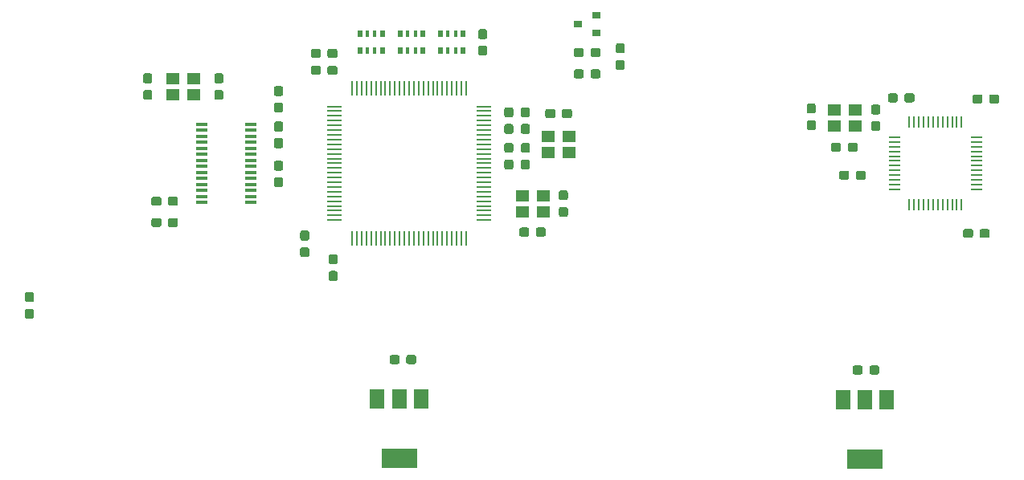
<source format=gbr>
G04 #@! TF.GenerationSoftware,KiCad,Pcbnew,(5.0.1)*
G04 #@! TF.CreationDate,2018-11-27T11:36:47+09:00*
G04 #@! TF.ProjectId,securehid,7365637572656869642E6B696361645F,rev?*
G04 #@! TF.SameCoordinates,Original*
G04 #@! TF.FileFunction,Paste,Top*
G04 #@! TF.FilePolarity,Positive*
%FSLAX46Y46*%
G04 Gerber Fmt 4.6, Leading zero omitted, Abs format (unit mm)*
G04 Created by KiCad (PCBNEW (5.0.1)) date Tue Nov 27 11:36:47 2018*
%MOMM*%
%LPD*%
G01*
G04 APERTURE LIST*
%ADD10C,0.100000*%
%ADD11C,0.950000*%
%ADD12R,0.900000X0.800000*%
%ADD13R,0.500000X0.800000*%
%ADD14R,0.400000X0.800000*%
%ADD15R,3.800000X2.000000*%
%ADD16R,1.500000X2.000000*%
%ADD17R,1.300000X0.250000*%
%ADD18R,0.250000X1.300000*%
%ADD19R,1.500000X0.280000*%
%ADD20R,0.280000X1.500000*%
%ADD21R,1.200000X0.400000*%
%ADD22R,1.400000X1.200000*%
G04 APERTURE END LIST*
D10*
G04 #@! TO.C,C1*
G36*
X74235779Y-70726144D02*
X74258834Y-70729563D01*
X74281443Y-70735227D01*
X74303387Y-70743079D01*
X74324457Y-70753044D01*
X74344448Y-70765026D01*
X74363168Y-70778910D01*
X74380438Y-70794562D01*
X74396090Y-70811832D01*
X74409974Y-70830552D01*
X74421956Y-70850543D01*
X74431921Y-70871613D01*
X74439773Y-70893557D01*
X74445437Y-70916166D01*
X74448856Y-70939221D01*
X74450000Y-70962500D01*
X74450000Y-71437500D01*
X74448856Y-71460779D01*
X74445437Y-71483834D01*
X74439773Y-71506443D01*
X74431921Y-71528387D01*
X74421956Y-71549457D01*
X74409974Y-71569448D01*
X74396090Y-71588168D01*
X74380438Y-71605438D01*
X74363168Y-71621090D01*
X74344448Y-71634974D01*
X74324457Y-71646956D01*
X74303387Y-71656921D01*
X74281443Y-71664773D01*
X74258834Y-71670437D01*
X74235779Y-71673856D01*
X74212500Y-71675000D01*
X73637500Y-71675000D01*
X73614221Y-71673856D01*
X73591166Y-71670437D01*
X73568557Y-71664773D01*
X73546613Y-71656921D01*
X73525543Y-71646956D01*
X73505552Y-71634974D01*
X73486832Y-71621090D01*
X73469562Y-71605438D01*
X73453910Y-71588168D01*
X73440026Y-71569448D01*
X73428044Y-71549457D01*
X73418079Y-71528387D01*
X73410227Y-71506443D01*
X73404563Y-71483834D01*
X73401144Y-71460779D01*
X73400000Y-71437500D01*
X73400000Y-70962500D01*
X73401144Y-70939221D01*
X73404563Y-70916166D01*
X73410227Y-70893557D01*
X73418079Y-70871613D01*
X73428044Y-70850543D01*
X73440026Y-70830552D01*
X73453910Y-70811832D01*
X73469562Y-70794562D01*
X73486832Y-70778910D01*
X73505552Y-70765026D01*
X73525543Y-70753044D01*
X73546613Y-70743079D01*
X73568557Y-70735227D01*
X73591166Y-70729563D01*
X73614221Y-70726144D01*
X73637500Y-70725000D01*
X74212500Y-70725000D01*
X74235779Y-70726144D01*
X74235779Y-70726144D01*
G37*
D11*
X73925000Y-71200000D03*
D10*
G36*
X75985779Y-70726144D02*
X76008834Y-70729563D01*
X76031443Y-70735227D01*
X76053387Y-70743079D01*
X76074457Y-70753044D01*
X76094448Y-70765026D01*
X76113168Y-70778910D01*
X76130438Y-70794562D01*
X76146090Y-70811832D01*
X76159974Y-70830552D01*
X76171956Y-70850543D01*
X76181921Y-70871613D01*
X76189773Y-70893557D01*
X76195437Y-70916166D01*
X76198856Y-70939221D01*
X76200000Y-70962500D01*
X76200000Y-71437500D01*
X76198856Y-71460779D01*
X76195437Y-71483834D01*
X76189773Y-71506443D01*
X76181921Y-71528387D01*
X76171956Y-71549457D01*
X76159974Y-71569448D01*
X76146090Y-71588168D01*
X76130438Y-71605438D01*
X76113168Y-71621090D01*
X76094448Y-71634974D01*
X76074457Y-71646956D01*
X76053387Y-71656921D01*
X76031443Y-71664773D01*
X76008834Y-71670437D01*
X75985779Y-71673856D01*
X75962500Y-71675000D01*
X75387500Y-71675000D01*
X75364221Y-71673856D01*
X75341166Y-71670437D01*
X75318557Y-71664773D01*
X75296613Y-71656921D01*
X75275543Y-71646956D01*
X75255552Y-71634974D01*
X75236832Y-71621090D01*
X75219562Y-71605438D01*
X75203910Y-71588168D01*
X75190026Y-71569448D01*
X75178044Y-71549457D01*
X75168079Y-71528387D01*
X75160227Y-71506443D01*
X75154563Y-71483834D01*
X75151144Y-71460779D01*
X75150000Y-71437500D01*
X75150000Y-70962500D01*
X75151144Y-70939221D01*
X75154563Y-70916166D01*
X75160227Y-70893557D01*
X75168079Y-70871613D01*
X75178044Y-70850543D01*
X75190026Y-70830552D01*
X75203910Y-70811832D01*
X75219562Y-70794562D01*
X75236832Y-70778910D01*
X75255552Y-70765026D01*
X75275543Y-70753044D01*
X75296613Y-70743079D01*
X75318557Y-70735227D01*
X75341166Y-70729563D01*
X75364221Y-70726144D01*
X75387500Y-70725000D01*
X75962500Y-70725000D01*
X75985779Y-70726144D01*
X75985779Y-70726144D01*
G37*
D11*
X75675000Y-71200000D03*
G04 #@! TD*
D10*
G04 #@! TO.C,C2*
G36*
X91760779Y-68601144D02*
X91783834Y-68604563D01*
X91806443Y-68610227D01*
X91828387Y-68618079D01*
X91849457Y-68628044D01*
X91869448Y-68640026D01*
X91888168Y-68653910D01*
X91905438Y-68669562D01*
X91921090Y-68686832D01*
X91934974Y-68705552D01*
X91946956Y-68725543D01*
X91956921Y-68746613D01*
X91964773Y-68768557D01*
X91970437Y-68791166D01*
X91973856Y-68814221D01*
X91975000Y-68837500D01*
X91975000Y-69412500D01*
X91973856Y-69435779D01*
X91970437Y-69458834D01*
X91964773Y-69481443D01*
X91956921Y-69503387D01*
X91946956Y-69524457D01*
X91934974Y-69544448D01*
X91921090Y-69563168D01*
X91905438Y-69580438D01*
X91888168Y-69596090D01*
X91869448Y-69609974D01*
X91849457Y-69621956D01*
X91828387Y-69631921D01*
X91806443Y-69639773D01*
X91783834Y-69645437D01*
X91760779Y-69648856D01*
X91737500Y-69650000D01*
X91262500Y-69650000D01*
X91239221Y-69648856D01*
X91216166Y-69645437D01*
X91193557Y-69639773D01*
X91171613Y-69631921D01*
X91150543Y-69621956D01*
X91130552Y-69609974D01*
X91111832Y-69596090D01*
X91094562Y-69580438D01*
X91078910Y-69563168D01*
X91065026Y-69544448D01*
X91053044Y-69524457D01*
X91043079Y-69503387D01*
X91035227Y-69481443D01*
X91029563Y-69458834D01*
X91026144Y-69435779D01*
X91025000Y-69412500D01*
X91025000Y-68837500D01*
X91026144Y-68814221D01*
X91029563Y-68791166D01*
X91035227Y-68768557D01*
X91043079Y-68746613D01*
X91053044Y-68725543D01*
X91065026Y-68705552D01*
X91078910Y-68686832D01*
X91094562Y-68669562D01*
X91111832Y-68653910D01*
X91130552Y-68640026D01*
X91150543Y-68628044D01*
X91171613Y-68618079D01*
X91193557Y-68610227D01*
X91216166Y-68604563D01*
X91239221Y-68601144D01*
X91262500Y-68600000D01*
X91737500Y-68600000D01*
X91760779Y-68601144D01*
X91760779Y-68601144D01*
G37*
D11*
X91500000Y-69125000D03*
D10*
G36*
X91760779Y-66851144D02*
X91783834Y-66854563D01*
X91806443Y-66860227D01*
X91828387Y-66868079D01*
X91849457Y-66878044D01*
X91869448Y-66890026D01*
X91888168Y-66903910D01*
X91905438Y-66919562D01*
X91921090Y-66936832D01*
X91934974Y-66955552D01*
X91946956Y-66975543D01*
X91956921Y-66996613D01*
X91964773Y-67018557D01*
X91970437Y-67041166D01*
X91973856Y-67064221D01*
X91975000Y-67087500D01*
X91975000Y-67662500D01*
X91973856Y-67685779D01*
X91970437Y-67708834D01*
X91964773Y-67731443D01*
X91956921Y-67753387D01*
X91946956Y-67774457D01*
X91934974Y-67794448D01*
X91921090Y-67813168D01*
X91905438Y-67830438D01*
X91888168Y-67846090D01*
X91869448Y-67859974D01*
X91849457Y-67871956D01*
X91828387Y-67881921D01*
X91806443Y-67889773D01*
X91783834Y-67895437D01*
X91760779Y-67898856D01*
X91737500Y-67900000D01*
X91262500Y-67900000D01*
X91239221Y-67898856D01*
X91216166Y-67895437D01*
X91193557Y-67889773D01*
X91171613Y-67881921D01*
X91150543Y-67871956D01*
X91130552Y-67859974D01*
X91111832Y-67846090D01*
X91094562Y-67830438D01*
X91078910Y-67813168D01*
X91065026Y-67794448D01*
X91053044Y-67774457D01*
X91043079Y-67753387D01*
X91035227Y-67731443D01*
X91029563Y-67708834D01*
X91026144Y-67685779D01*
X91025000Y-67662500D01*
X91025000Y-67087500D01*
X91026144Y-67064221D01*
X91029563Y-67041166D01*
X91035227Y-67018557D01*
X91043079Y-66996613D01*
X91053044Y-66975543D01*
X91065026Y-66955552D01*
X91078910Y-66936832D01*
X91094562Y-66919562D01*
X91111832Y-66903910D01*
X91130552Y-66890026D01*
X91150543Y-66878044D01*
X91171613Y-66868079D01*
X91193557Y-66860227D01*
X91216166Y-66854563D01*
X91239221Y-66851144D01*
X91262500Y-66850000D01*
X91737500Y-66850000D01*
X91760779Y-66851144D01*
X91760779Y-66851144D01*
G37*
D11*
X91500000Y-67375000D03*
G04 #@! TD*
D10*
G04 #@! TO.C,C4*
G36*
X76010779Y-92351144D02*
X76033834Y-92354563D01*
X76056443Y-92360227D01*
X76078387Y-92368079D01*
X76099457Y-92378044D01*
X76119448Y-92390026D01*
X76138168Y-92403910D01*
X76155438Y-92419562D01*
X76171090Y-92436832D01*
X76184974Y-92455552D01*
X76196956Y-92475543D01*
X76206921Y-92496613D01*
X76214773Y-92518557D01*
X76220437Y-92541166D01*
X76223856Y-92564221D01*
X76225000Y-92587500D01*
X76225000Y-93162500D01*
X76223856Y-93185779D01*
X76220437Y-93208834D01*
X76214773Y-93231443D01*
X76206921Y-93253387D01*
X76196956Y-93274457D01*
X76184974Y-93294448D01*
X76171090Y-93313168D01*
X76155438Y-93330438D01*
X76138168Y-93346090D01*
X76119448Y-93359974D01*
X76099457Y-93371956D01*
X76078387Y-93381921D01*
X76056443Y-93389773D01*
X76033834Y-93395437D01*
X76010779Y-93398856D01*
X75987500Y-93400000D01*
X75512500Y-93400000D01*
X75489221Y-93398856D01*
X75466166Y-93395437D01*
X75443557Y-93389773D01*
X75421613Y-93381921D01*
X75400543Y-93371956D01*
X75380552Y-93359974D01*
X75361832Y-93346090D01*
X75344562Y-93330438D01*
X75328910Y-93313168D01*
X75315026Y-93294448D01*
X75303044Y-93274457D01*
X75293079Y-93253387D01*
X75285227Y-93231443D01*
X75279563Y-93208834D01*
X75276144Y-93185779D01*
X75275000Y-93162500D01*
X75275000Y-92587500D01*
X75276144Y-92564221D01*
X75279563Y-92541166D01*
X75285227Y-92518557D01*
X75293079Y-92496613D01*
X75303044Y-92475543D01*
X75315026Y-92455552D01*
X75328910Y-92436832D01*
X75344562Y-92419562D01*
X75361832Y-92403910D01*
X75380552Y-92390026D01*
X75400543Y-92378044D01*
X75421613Y-92368079D01*
X75443557Y-92360227D01*
X75466166Y-92354563D01*
X75489221Y-92351144D01*
X75512500Y-92350000D01*
X75987500Y-92350000D01*
X76010779Y-92351144D01*
X76010779Y-92351144D01*
G37*
D11*
X75750000Y-92875000D03*
D10*
G36*
X76010779Y-90601144D02*
X76033834Y-90604563D01*
X76056443Y-90610227D01*
X76078387Y-90618079D01*
X76099457Y-90628044D01*
X76119448Y-90640026D01*
X76138168Y-90653910D01*
X76155438Y-90669562D01*
X76171090Y-90686832D01*
X76184974Y-90705552D01*
X76196956Y-90725543D01*
X76206921Y-90746613D01*
X76214773Y-90768557D01*
X76220437Y-90791166D01*
X76223856Y-90814221D01*
X76225000Y-90837500D01*
X76225000Y-91412500D01*
X76223856Y-91435779D01*
X76220437Y-91458834D01*
X76214773Y-91481443D01*
X76206921Y-91503387D01*
X76196956Y-91524457D01*
X76184974Y-91544448D01*
X76171090Y-91563168D01*
X76155438Y-91580438D01*
X76138168Y-91596090D01*
X76119448Y-91609974D01*
X76099457Y-91621956D01*
X76078387Y-91631921D01*
X76056443Y-91639773D01*
X76033834Y-91645437D01*
X76010779Y-91648856D01*
X75987500Y-91650000D01*
X75512500Y-91650000D01*
X75489221Y-91648856D01*
X75466166Y-91645437D01*
X75443557Y-91639773D01*
X75421613Y-91631921D01*
X75400543Y-91621956D01*
X75380552Y-91609974D01*
X75361832Y-91596090D01*
X75344562Y-91580438D01*
X75328910Y-91563168D01*
X75315026Y-91544448D01*
X75303044Y-91524457D01*
X75293079Y-91503387D01*
X75285227Y-91481443D01*
X75279563Y-91458834D01*
X75276144Y-91435779D01*
X75275000Y-91412500D01*
X75275000Y-90837500D01*
X75276144Y-90814221D01*
X75279563Y-90791166D01*
X75285227Y-90768557D01*
X75293079Y-90746613D01*
X75303044Y-90725543D01*
X75315026Y-90705552D01*
X75328910Y-90686832D01*
X75344562Y-90669562D01*
X75361832Y-90653910D01*
X75380552Y-90640026D01*
X75400543Y-90628044D01*
X75421613Y-90618079D01*
X75443557Y-90610227D01*
X75466166Y-90604563D01*
X75489221Y-90601144D01*
X75512500Y-90600000D01*
X75987500Y-90600000D01*
X76010779Y-90601144D01*
X76010779Y-90601144D01*
G37*
D11*
X75750000Y-91125000D03*
G04 #@! TD*
D10*
G04 #@! TO.C,C11*
G36*
X94510779Y-75101144D02*
X94533834Y-75104563D01*
X94556443Y-75110227D01*
X94578387Y-75118079D01*
X94599457Y-75128044D01*
X94619448Y-75140026D01*
X94638168Y-75153910D01*
X94655438Y-75169562D01*
X94671090Y-75186832D01*
X94684974Y-75205552D01*
X94696956Y-75225543D01*
X94706921Y-75246613D01*
X94714773Y-75268557D01*
X94720437Y-75291166D01*
X94723856Y-75314221D01*
X94725000Y-75337500D01*
X94725000Y-75912500D01*
X94723856Y-75935779D01*
X94720437Y-75958834D01*
X94714773Y-75981443D01*
X94706921Y-76003387D01*
X94696956Y-76024457D01*
X94684974Y-76044448D01*
X94671090Y-76063168D01*
X94655438Y-76080438D01*
X94638168Y-76096090D01*
X94619448Y-76109974D01*
X94599457Y-76121956D01*
X94578387Y-76131921D01*
X94556443Y-76139773D01*
X94533834Y-76145437D01*
X94510779Y-76148856D01*
X94487500Y-76150000D01*
X94012500Y-76150000D01*
X93989221Y-76148856D01*
X93966166Y-76145437D01*
X93943557Y-76139773D01*
X93921613Y-76131921D01*
X93900543Y-76121956D01*
X93880552Y-76109974D01*
X93861832Y-76096090D01*
X93844562Y-76080438D01*
X93828910Y-76063168D01*
X93815026Y-76044448D01*
X93803044Y-76024457D01*
X93793079Y-76003387D01*
X93785227Y-75981443D01*
X93779563Y-75958834D01*
X93776144Y-75935779D01*
X93775000Y-75912500D01*
X93775000Y-75337500D01*
X93776144Y-75314221D01*
X93779563Y-75291166D01*
X93785227Y-75268557D01*
X93793079Y-75246613D01*
X93803044Y-75225543D01*
X93815026Y-75205552D01*
X93828910Y-75186832D01*
X93844562Y-75169562D01*
X93861832Y-75153910D01*
X93880552Y-75140026D01*
X93900543Y-75128044D01*
X93921613Y-75118079D01*
X93943557Y-75110227D01*
X93966166Y-75104563D01*
X93989221Y-75101144D01*
X94012500Y-75100000D01*
X94487500Y-75100000D01*
X94510779Y-75101144D01*
X94510779Y-75101144D01*
G37*
D11*
X94250000Y-75625000D03*
D10*
G36*
X94510779Y-76851144D02*
X94533834Y-76854563D01*
X94556443Y-76860227D01*
X94578387Y-76868079D01*
X94599457Y-76878044D01*
X94619448Y-76890026D01*
X94638168Y-76903910D01*
X94655438Y-76919562D01*
X94671090Y-76936832D01*
X94684974Y-76955552D01*
X94696956Y-76975543D01*
X94706921Y-76996613D01*
X94714773Y-77018557D01*
X94720437Y-77041166D01*
X94723856Y-77064221D01*
X94725000Y-77087500D01*
X94725000Y-77662500D01*
X94723856Y-77685779D01*
X94720437Y-77708834D01*
X94714773Y-77731443D01*
X94706921Y-77753387D01*
X94696956Y-77774457D01*
X94684974Y-77794448D01*
X94671090Y-77813168D01*
X94655438Y-77830438D01*
X94638168Y-77846090D01*
X94619448Y-77859974D01*
X94599457Y-77871956D01*
X94578387Y-77881921D01*
X94556443Y-77889773D01*
X94533834Y-77895437D01*
X94510779Y-77898856D01*
X94487500Y-77900000D01*
X94012500Y-77900000D01*
X93989221Y-77898856D01*
X93966166Y-77895437D01*
X93943557Y-77889773D01*
X93921613Y-77881921D01*
X93900543Y-77871956D01*
X93880552Y-77859974D01*
X93861832Y-77846090D01*
X93844562Y-77830438D01*
X93828910Y-77813168D01*
X93815026Y-77794448D01*
X93803044Y-77774457D01*
X93793079Y-77753387D01*
X93785227Y-77731443D01*
X93779563Y-77708834D01*
X93776144Y-77685779D01*
X93775000Y-77662500D01*
X93775000Y-77087500D01*
X93776144Y-77064221D01*
X93779563Y-77041166D01*
X93785227Y-77018557D01*
X93793079Y-76996613D01*
X93803044Y-76975543D01*
X93815026Y-76955552D01*
X93828910Y-76936832D01*
X93844562Y-76919562D01*
X93861832Y-76903910D01*
X93880552Y-76890026D01*
X93900543Y-76878044D01*
X93921613Y-76868079D01*
X93943557Y-76860227D01*
X93966166Y-76854563D01*
X93989221Y-76851144D01*
X94012500Y-76850000D01*
X94487500Y-76850000D01*
X94510779Y-76851144D01*
X94510779Y-76851144D01*
G37*
D11*
X94250000Y-77375000D03*
G04 #@! TD*
D10*
G04 #@! TO.C,C13*
G36*
X133160779Y-74801144D02*
X133183834Y-74804563D01*
X133206443Y-74810227D01*
X133228387Y-74818079D01*
X133249457Y-74828044D01*
X133269448Y-74840026D01*
X133288168Y-74853910D01*
X133305438Y-74869562D01*
X133321090Y-74886832D01*
X133334974Y-74905552D01*
X133346956Y-74925543D01*
X133356921Y-74946613D01*
X133364773Y-74968557D01*
X133370437Y-74991166D01*
X133373856Y-75014221D01*
X133375000Y-75037500D01*
X133375000Y-75612500D01*
X133373856Y-75635779D01*
X133370437Y-75658834D01*
X133364773Y-75681443D01*
X133356921Y-75703387D01*
X133346956Y-75724457D01*
X133334974Y-75744448D01*
X133321090Y-75763168D01*
X133305438Y-75780438D01*
X133288168Y-75796090D01*
X133269448Y-75809974D01*
X133249457Y-75821956D01*
X133228387Y-75831921D01*
X133206443Y-75839773D01*
X133183834Y-75845437D01*
X133160779Y-75848856D01*
X133137500Y-75850000D01*
X132662500Y-75850000D01*
X132639221Y-75848856D01*
X132616166Y-75845437D01*
X132593557Y-75839773D01*
X132571613Y-75831921D01*
X132550543Y-75821956D01*
X132530552Y-75809974D01*
X132511832Y-75796090D01*
X132494562Y-75780438D01*
X132478910Y-75763168D01*
X132465026Y-75744448D01*
X132453044Y-75724457D01*
X132443079Y-75703387D01*
X132435227Y-75681443D01*
X132429563Y-75658834D01*
X132426144Y-75635779D01*
X132425000Y-75612500D01*
X132425000Y-75037500D01*
X132426144Y-75014221D01*
X132429563Y-74991166D01*
X132435227Y-74968557D01*
X132443079Y-74946613D01*
X132453044Y-74925543D01*
X132465026Y-74905552D01*
X132478910Y-74886832D01*
X132494562Y-74869562D01*
X132511832Y-74853910D01*
X132530552Y-74840026D01*
X132550543Y-74828044D01*
X132571613Y-74818079D01*
X132593557Y-74810227D01*
X132616166Y-74804563D01*
X132639221Y-74801144D01*
X132662500Y-74800000D01*
X133137500Y-74800000D01*
X133160779Y-74801144D01*
X133160779Y-74801144D01*
G37*
D11*
X132900000Y-75325000D03*
D10*
G36*
X133160779Y-76551144D02*
X133183834Y-76554563D01*
X133206443Y-76560227D01*
X133228387Y-76568079D01*
X133249457Y-76578044D01*
X133269448Y-76590026D01*
X133288168Y-76603910D01*
X133305438Y-76619562D01*
X133321090Y-76636832D01*
X133334974Y-76655552D01*
X133346956Y-76675543D01*
X133356921Y-76696613D01*
X133364773Y-76718557D01*
X133370437Y-76741166D01*
X133373856Y-76764221D01*
X133375000Y-76787500D01*
X133375000Y-77362500D01*
X133373856Y-77385779D01*
X133370437Y-77408834D01*
X133364773Y-77431443D01*
X133356921Y-77453387D01*
X133346956Y-77474457D01*
X133334974Y-77494448D01*
X133321090Y-77513168D01*
X133305438Y-77530438D01*
X133288168Y-77546090D01*
X133269448Y-77559974D01*
X133249457Y-77571956D01*
X133228387Y-77581921D01*
X133206443Y-77589773D01*
X133183834Y-77595437D01*
X133160779Y-77598856D01*
X133137500Y-77600000D01*
X132662500Y-77600000D01*
X132639221Y-77598856D01*
X132616166Y-77595437D01*
X132593557Y-77589773D01*
X132571613Y-77581921D01*
X132550543Y-77571956D01*
X132530552Y-77559974D01*
X132511832Y-77546090D01*
X132494562Y-77530438D01*
X132478910Y-77513168D01*
X132465026Y-77494448D01*
X132453044Y-77474457D01*
X132443079Y-77453387D01*
X132435227Y-77431443D01*
X132429563Y-77408834D01*
X132426144Y-77385779D01*
X132425000Y-77362500D01*
X132425000Y-76787500D01*
X132426144Y-76764221D01*
X132429563Y-76741166D01*
X132435227Y-76718557D01*
X132443079Y-76696613D01*
X132453044Y-76675543D01*
X132465026Y-76655552D01*
X132478910Y-76636832D01*
X132494562Y-76619562D01*
X132511832Y-76603910D01*
X132530552Y-76590026D01*
X132550543Y-76578044D01*
X132571613Y-76568079D01*
X132593557Y-76560227D01*
X132616166Y-76554563D01*
X132639221Y-76551144D01*
X132662500Y-76550000D01*
X133137500Y-76550000D01*
X133160779Y-76551144D01*
X133160779Y-76551144D01*
G37*
D11*
X132900000Y-77075000D03*
G04 #@! TD*
D10*
G04 #@! TO.C,C14*
G36*
X75985779Y-68926144D02*
X76008834Y-68929563D01*
X76031443Y-68935227D01*
X76053387Y-68943079D01*
X76074457Y-68953044D01*
X76094448Y-68965026D01*
X76113168Y-68978910D01*
X76130438Y-68994562D01*
X76146090Y-69011832D01*
X76159974Y-69030552D01*
X76171956Y-69050543D01*
X76181921Y-69071613D01*
X76189773Y-69093557D01*
X76195437Y-69116166D01*
X76198856Y-69139221D01*
X76200000Y-69162500D01*
X76200000Y-69637500D01*
X76198856Y-69660779D01*
X76195437Y-69683834D01*
X76189773Y-69706443D01*
X76181921Y-69728387D01*
X76171956Y-69749457D01*
X76159974Y-69769448D01*
X76146090Y-69788168D01*
X76130438Y-69805438D01*
X76113168Y-69821090D01*
X76094448Y-69834974D01*
X76074457Y-69846956D01*
X76053387Y-69856921D01*
X76031443Y-69864773D01*
X76008834Y-69870437D01*
X75985779Y-69873856D01*
X75962500Y-69875000D01*
X75387500Y-69875000D01*
X75364221Y-69873856D01*
X75341166Y-69870437D01*
X75318557Y-69864773D01*
X75296613Y-69856921D01*
X75275543Y-69846956D01*
X75255552Y-69834974D01*
X75236832Y-69821090D01*
X75219562Y-69805438D01*
X75203910Y-69788168D01*
X75190026Y-69769448D01*
X75178044Y-69749457D01*
X75168079Y-69728387D01*
X75160227Y-69706443D01*
X75154563Y-69683834D01*
X75151144Y-69660779D01*
X75150000Y-69637500D01*
X75150000Y-69162500D01*
X75151144Y-69139221D01*
X75154563Y-69116166D01*
X75160227Y-69093557D01*
X75168079Y-69071613D01*
X75178044Y-69050543D01*
X75190026Y-69030552D01*
X75203910Y-69011832D01*
X75219562Y-68994562D01*
X75236832Y-68978910D01*
X75255552Y-68965026D01*
X75275543Y-68953044D01*
X75296613Y-68943079D01*
X75318557Y-68935227D01*
X75341166Y-68929563D01*
X75364221Y-68926144D01*
X75387500Y-68925000D01*
X75962500Y-68925000D01*
X75985779Y-68926144D01*
X75985779Y-68926144D01*
G37*
D11*
X75675000Y-69400000D03*
D10*
G36*
X74235779Y-68926144D02*
X74258834Y-68929563D01*
X74281443Y-68935227D01*
X74303387Y-68943079D01*
X74324457Y-68953044D01*
X74344448Y-68965026D01*
X74363168Y-68978910D01*
X74380438Y-68994562D01*
X74396090Y-69011832D01*
X74409974Y-69030552D01*
X74421956Y-69050543D01*
X74431921Y-69071613D01*
X74439773Y-69093557D01*
X74445437Y-69116166D01*
X74448856Y-69139221D01*
X74450000Y-69162500D01*
X74450000Y-69637500D01*
X74448856Y-69660779D01*
X74445437Y-69683834D01*
X74439773Y-69706443D01*
X74431921Y-69728387D01*
X74421956Y-69749457D01*
X74409974Y-69769448D01*
X74396090Y-69788168D01*
X74380438Y-69805438D01*
X74363168Y-69821090D01*
X74344448Y-69834974D01*
X74324457Y-69846956D01*
X74303387Y-69856921D01*
X74281443Y-69864773D01*
X74258834Y-69870437D01*
X74235779Y-69873856D01*
X74212500Y-69875000D01*
X73637500Y-69875000D01*
X73614221Y-69873856D01*
X73591166Y-69870437D01*
X73568557Y-69864773D01*
X73546613Y-69856921D01*
X73525543Y-69846956D01*
X73505552Y-69834974D01*
X73486832Y-69821090D01*
X73469562Y-69805438D01*
X73453910Y-69788168D01*
X73440026Y-69769448D01*
X73428044Y-69749457D01*
X73418079Y-69728387D01*
X73410227Y-69706443D01*
X73404563Y-69683834D01*
X73401144Y-69660779D01*
X73400000Y-69637500D01*
X73400000Y-69162500D01*
X73401144Y-69139221D01*
X73404563Y-69116166D01*
X73410227Y-69093557D01*
X73418079Y-69071613D01*
X73428044Y-69050543D01*
X73440026Y-69030552D01*
X73453910Y-69011832D01*
X73469562Y-68994562D01*
X73486832Y-68978910D01*
X73505552Y-68965026D01*
X73525543Y-68953044D01*
X73546613Y-68943079D01*
X73568557Y-68935227D01*
X73591166Y-68929563D01*
X73614221Y-68926144D01*
X73637500Y-68925000D01*
X74212500Y-68925000D01*
X74235779Y-68926144D01*
X74235779Y-68926144D01*
G37*
D11*
X73925000Y-69400000D03*
G04 #@! TD*
D10*
G04 #@! TO.C,C15*
G36*
X73010779Y-89851144D02*
X73033834Y-89854563D01*
X73056443Y-89860227D01*
X73078387Y-89868079D01*
X73099457Y-89878044D01*
X73119448Y-89890026D01*
X73138168Y-89903910D01*
X73155438Y-89919562D01*
X73171090Y-89936832D01*
X73184974Y-89955552D01*
X73196956Y-89975543D01*
X73206921Y-89996613D01*
X73214773Y-90018557D01*
X73220437Y-90041166D01*
X73223856Y-90064221D01*
X73225000Y-90087500D01*
X73225000Y-90662500D01*
X73223856Y-90685779D01*
X73220437Y-90708834D01*
X73214773Y-90731443D01*
X73206921Y-90753387D01*
X73196956Y-90774457D01*
X73184974Y-90794448D01*
X73171090Y-90813168D01*
X73155438Y-90830438D01*
X73138168Y-90846090D01*
X73119448Y-90859974D01*
X73099457Y-90871956D01*
X73078387Y-90881921D01*
X73056443Y-90889773D01*
X73033834Y-90895437D01*
X73010779Y-90898856D01*
X72987500Y-90900000D01*
X72512500Y-90900000D01*
X72489221Y-90898856D01*
X72466166Y-90895437D01*
X72443557Y-90889773D01*
X72421613Y-90881921D01*
X72400543Y-90871956D01*
X72380552Y-90859974D01*
X72361832Y-90846090D01*
X72344562Y-90830438D01*
X72328910Y-90813168D01*
X72315026Y-90794448D01*
X72303044Y-90774457D01*
X72293079Y-90753387D01*
X72285227Y-90731443D01*
X72279563Y-90708834D01*
X72276144Y-90685779D01*
X72275000Y-90662500D01*
X72275000Y-90087500D01*
X72276144Y-90064221D01*
X72279563Y-90041166D01*
X72285227Y-90018557D01*
X72293079Y-89996613D01*
X72303044Y-89975543D01*
X72315026Y-89955552D01*
X72328910Y-89936832D01*
X72344562Y-89919562D01*
X72361832Y-89903910D01*
X72380552Y-89890026D01*
X72400543Y-89878044D01*
X72421613Y-89868079D01*
X72443557Y-89860227D01*
X72466166Y-89854563D01*
X72489221Y-89851144D01*
X72512500Y-89850000D01*
X72987500Y-89850000D01*
X73010779Y-89851144D01*
X73010779Y-89851144D01*
G37*
D11*
X72750000Y-90375000D03*
D10*
G36*
X73010779Y-88101144D02*
X73033834Y-88104563D01*
X73056443Y-88110227D01*
X73078387Y-88118079D01*
X73099457Y-88128044D01*
X73119448Y-88140026D01*
X73138168Y-88153910D01*
X73155438Y-88169562D01*
X73171090Y-88186832D01*
X73184974Y-88205552D01*
X73196956Y-88225543D01*
X73206921Y-88246613D01*
X73214773Y-88268557D01*
X73220437Y-88291166D01*
X73223856Y-88314221D01*
X73225000Y-88337500D01*
X73225000Y-88912500D01*
X73223856Y-88935779D01*
X73220437Y-88958834D01*
X73214773Y-88981443D01*
X73206921Y-89003387D01*
X73196956Y-89024457D01*
X73184974Y-89044448D01*
X73171090Y-89063168D01*
X73155438Y-89080438D01*
X73138168Y-89096090D01*
X73119448Y-89109974D01*
X73099457Y-89121956D01*
X73078387Y-89131921D01*
X73056443Y-89139773D01*
X73033834Y-89145437D01*
X73010779Y-89148856D01*
X72987500Y-89150000D01*
X72512500Y-89150000D01*
X72489221Y-89148856D01*
X72466166Y-89145437D01*
X72443557Y-89139773D01*
X72421613Y-89131921D01*
X72400543Y-89121956D01*
X72380552Y-89109974D01*
X72361832Y-89096090D01*
X72344562Y-89080438D01*
X72328910Y-89063168D01*
X72315026Y-89044448D01*
X72303044Y-89024457D01*
X72293079Y-89003387D01*
X72285227Y-88981443D01*
X72279563Y-88958834D01*
X72276144Y-88935779D01*
X72275000Y-88912500D01*
X72275000Y-88337500D01*
X72276144Y-88314221D01*
X72279563Y-88291166D01*
X72285227Y-88268557D01*
X72293079Y-88246613D01*
X72303044Y-88225543D01*
X72315026Y-88205552D01*
X72328910Y-88186832D01*
X72344562Y-88169562D01*
X72361832Y-88153910D01*
X72380552Y-88140026D01*
X72400543Y-88128044D01*
X72421613Y-88118079D01*
X72443557Y-88110227D01*
X72466166Y-88104563D01*
X72489221Y-88101144D01*
X72512500Y-88100000D01*
X72987500Y-88100000D01*
X73010779Y-88101144D01*
X73010779Y-88101144D01*
G37*
D11*
X72750000Y-88625000D03*
G04 #@! TD*
D10*
G04 #@! TO.C,C16*
G36*
X126360779Y-74701144D02*
X126383834Y-74704563D01*
X126406443Y-74710227D01*
X126428387Y-74718079D01*
X126449457Y-74728044D01*
X126469448Y-74740026D01*
X126488168Y-74753910D01*
X126505438Y-74769562D01*
X126521090Y-74786832D01*
X126534974Y-74805552D01*
X126546956Y-74825543D01*
X126556921Y-74846613D01*
X126564773Y-74868557D01*
X126570437Y-74891166D01*
X126573856Y-74914221D01*
X126575000Y-74937500D01*
X126575000Y-75512500D01*
X126573856Y-75535779D01*
X126570437Y-75558834D01*
X126564773Y-75581443D01*
X126556921Y-75603387D01*
X126546956Y-75624457D01*
X126534974Y-75644448D01*
X126521090Y-75663168D01*
X126505438Y-75680438D01*
X126488168Y-75696090D01*
X126469448Y-75709974D01*
X126449457Y-75721956D01*
X126428387Y-75731921D01*
X126406443Y-75739773D01*
X126383834Y-75745437D01*
X126360779Y-75748856D01*
X126337500Y-75750000D01*
X125862500Y-75750000D01*
X125839221Y-75748856D01*
X125816166Y-75745437D01*
X125793557Y-75739773D01*
X125771613Y-75731921D01*
X125750543Y-75721956D01*
X125730552Y-75709974D01*
X125711832Y-75696090D01*
X125694562Y-75680438D01*
X125678910Y-75663168D01*
X125665026Y-75644448D01*
X125653044Y-75624457D01*
X125643079Y-75603387D01*
X125635227Y-75581443D01*
X125629563Y-75558834D01*
X125626144Y-75535779D01*
X125625000Y-75512500D01*
X125625000Y-74937500D01*
X125626144Y-74914221D01*
X125629563Y-74891166D01*
X125635227Y-74868557D01*
X125643079Y-74846613D01*
X125653044Y-74825543D01*
X125665026Y-74805552D01*
X125678910Y-74786832D01*
X125694562Y-74769562D01*
X125711832Y-74753910D01*
X125730552Y-74740026D01*
X125750543Y-74728044D01*
X125771613Y-74718079D01*
X125793557Y-74710227D01*
X125816166Y-74704563D01*
X125839221Y-74701144D01*
X125862500Y-74700000D01*
X126337500Y-74700000D01*
X126360779Y-74701144D01*
X126360779Y-74701144D01*
G37*
D11*
X126100000Y-75225000D03*
D10*
G36*
X126360779Y-76451144D02*
X126383834Y-76454563D01*
X126406443Y-76460227D01*
X126428387Y-76468079D01*
X126449457Y-76478044D01*
X126469448Y-76490026D01*
X126488168Y-76503910D01*
X126505438Y-76519562D01*
X126521090Y-76536832D01*
X126534974Y-76555552D01*
X126546956Y-76575543D01*
X126556921Y-76596613D01*
X126564773Y-76618557D01*
X126570437Y-76641166D01*
X126573856Y-76664221D01*
X126575000Y-76687500D01*
X126575000Y-77262500D01*
X126573856Y-77285779D01*
X126570437Y-77308834D01*
X126564773Y-77331443D01*
X126556921Y-77353387D01*
X126546956Y-77374457D01*
X126534974Y-77394448D01*
X126521090Y-77413168D01*
X126505438Y-77430438D01*
X126488168Y-77446090D01*
X126469448Y-77459974D01*
X126449457Y-77471956D01*
X126428387Y-77481921D01*
X126406443Y-77489773D01*
X126383834Y-77495437D01*
X126360779Y-77498856D01*
X126337500Y-77500000D01*
X125862500Y-77500000D01*
X125839221Y-77498856D01*
X125816166Y-77495437D01*
X125793557Y-77489773D01*
X125771613Y-77481921D01*
X125750543Y-77471956D01*
X125730552Y-77459974D01*
X125711832Y-77446090D01*
X125694562Y-77430438D01*
X125678910Y-77413168D01*
X125665026Y-77394448D01*
X125653044Y-77374457D01*
X125643079Y-77353387D01*
X125635227Y-77331443D01*
X125629563Y-77308834D01*
X125626144Y-77285779D01*
X125625000Y-77262500D01*
X125625000Y-76687500D01*
X125626144Y-76664221D01*
X125629563Y-76641166D01*
X125635227Y-76618557D01*
X125643079Y-76596613D01*
X125653044Y-76575543D01*
X125665026Y-76555552D01*
X125678910Y-76536832D01*
X125694562Y-76519562D01*
X125711832Y-76503910D01*
X125730552Y-76490026D01*
X125750543Y-76478044D01*
X125771613Y-76468079D01*
X125793557Y-76460227D01*
X125816166Y-76454563D01*
X125839221Y-76451144D01*
X125862500Y-76450000D01*
X126337500Y-76450000D01*
X126360779Y-76451144D01*
X126360779Y-76451144D01*
G37*
D11*
X126100000Y-76975000D03*
G04 #@! TD*
D10*
G04 #@! TO.C,C17*
G36*
X98935779Y-75276144D02*
X98958834Y-75279563D01*
X98981443Y-75285227D01*
X99003387Y-75293079D01*
X99024457Y-75303044D01*
X99044448Y-75315026D01*
X99063168Y-75328910D01*
X99080438Y-75344562D01*
X99096090Y-75361832D01*
X99109974Y-75380552D01*
X99121956Y-75400543D01*
X99131921Y-75421613D01*
X99139773Y-75443557D01*
X99145437Y-75466166D01*
X99148856Y-75489221D01*
X99150000Y-75512500D01*
X99150000Y-75987500D01*
X99148856Y-76010779D01*
X99145437Y-76033834D01*
X99139773Y-76056443D01*
X99131921Y-76078387D01*
X99121956Y-76099457D01*
X99109974Y-76119448D01*
X99096090Y-76138168D01*
X99080438Y-76155438D01*
X99063168Y-76171090D01*
X99044448Y-76184974D01*
X99024457Y-76196956D01*
X99003387Y-76206921D01*
X98981443Y-76214773D01*
X98958834Y-76220437D01*
X98935779Y-76223856D01*
X98912500Y-76225000D01*
X98337500Y-76225000D01*
X98314221Y-76223856D01*
X98291166Y-76220437D01*
X98268557Y-76214773D01*
X98246613Y-76206921D01*
X98225543Y-76196956D01*
X98205552Y-76184974D01*
X98186832Y-76171090D01*
X98169562Y-76155438D01*
X98153910Y-76138168D01*
X98140026Y-76119448D01*
X98128044Y-76099457D01*
X98118079Y-76078387D01*
X98110227Y-76056443D01*
X98104563Y-76033834D01*
X98101144Y-76010779D01*
X98100000Y-75987500D01*
X98100000Y-75512500D01*
X98101144Y-75489221D01*
X98104563Y-75466166D01*
X98110227Y-75443557D01*
X98118079Y-75421613D01*
X98128044Y-75400543D01*
X98140026Y-75380552D01*
X98153910Y-75361832D01*
X98169562Y-75344562D01*
X98186832Y-75328910D01*
X98205552Y-75315026D01*
X98225543Y-75303044D01*
X98246613Y-75293079D01*
X98268557Y-75285227D01*
X98291166Y-75279563D01*
X98314221Y-75276144D01*
X98337500Y-75275000D01*
X98912500Y-75275000D01*
X98935779Y-75276144D01*
X98935779Y-75276144D01*
G37*
D11*
X98625000Y-75750000D03*
D10*
G36*
X100685779Y-75276144D02*
X100708834Y-75279563D01*
X100731443Y-75285227D01*
X100753387Y-75293079D01*
X100774457Y-75303044D01*
X100794448Y-75315026D01*
X100813168Y-75328910D01*
X100830438Y-75344562D01*
X100846090Y-75361832D01*
X100859974Y-75380552D01*
X100871956Y-75400543D01*
X100881921Y-75421613D01*
X100889773Y-75443557D01*
X100895437Y-75466166D01*
X100898856Y-75489221D01*
X100900000Y-75512500D01*
X100900000Y-75987500D01*
X100898856Y-76010779D01*
X100895437Y-76033834D01*
X100889773Y-76056443D01*
X100881921Y-76078387D01*
X100871956Y-76099457D01*
X100859974Y-76119448D01*
X100846090Y-76138168D01*
X100830438Y-76155438D01*
X100813168Y-76171090D01*
X100794448Y-76184974D01*
X100774457Y-76196956D01*
X100753387Y-76206921D01*
X100731443Y-76214773D01*
X100708834Y-76220437D01*
X100685779Y-76223856D01*
X100662500Y-76225000D01*
X100087500Y-76225000D01*
X100064221Y-76223856D01*
X100041166Y-76220437D01*
X100018557Y-76214773D01*
X99996613Y-76206921D01*
X99975543Y-76196956D01*
X99955552Y-76184974D01*
X99936832Y-76171090D01*
X99919562Y-76155438D01*
X99903910Y-76138168D01*
X99890026Y-76119448D01*
X99878044Y-76099457D01*
X99868079Y-76078387D01*
X99860227Y-76056443D01*
X99854563Y-76033834D01*
X99851144Y-76010779D01*
X99850000Y-75987500D01*
X99850000Y-75512500D01*
X99851144Y-75489221D01*
X99854563Y-75466166D01*
X99860227Y-75443557D01*
X99868079Y-75421613D01*
X99878044Y-75400543D01*
X99890026Y-75380552D01*
X99903910Y-75361832D01*
X99919562Y-75344562D01*
X99936832Y-75328910D01*
X99955552Y-75315026D01*
X99975543Y-75303044D01*
X99996613Y-75293079D01*
X100018557Y-75285227D01*
X100041166Y-75279563D01*
X100064221Y-75276144D01*
X100087500Y-75275000D01*
X100662500Y-75275000D01*
X100685779Y-75276144D01*
X100685779Y-75276144D01*
G37*
D11*
X100375000Y-75750000D03*
G04 #@! TD*
D10*
G04 #@! TO.C,C18*
G36*
X96260779Y-76851144D02*
X96283834Y-76854563D01*
X96306443Y-76860227D01*
X96328387Y-76868079D01*
X96349457Y-76878044D01*
X96369448Y-76890026D01*
X96388168Y-76903910D01*
X96405438Y-76919562D01*
X96421090Y-76936832D01*
X96434974Y-76955552D01*
X96446956Y-76975543D01*
X96456921Y-76996613D01*
X96464773Y-77018557D01*
X96470437Y-77041166D01*
X96473856Y-77064221D01*
X96475000Y-77087500D01*
X96475000Y-77662500D01*
X96473856Y-77685779D01*
X96470437Y-77708834D01*
X96464773Y-77731443D01*
X96456921Y-77753387D01*
X96446956Y-77774457D01*
X96434974Y-77794448D01*
X96421090Y-77813168D01*
X96405438Y-77830438D01*
X96388168Y-77846090D01*
X96369448Y-77859974D01*
X96349457Y-77871956D01*
X96328387Y-77881921D01*
X96306443Y-77889773D01*
X96283834Y-77895437D01*
X96260779Y-77898856D01*
X96237500Y-77900000D01*
X95762500Y-77900000D01*
X95739221Y-77898856D01*
X95716166Y-77895437D01*
X95693557Y-77889773D01*
X95671613Y-77881921D01*
X95650543Y-77871956D01*
X95630552Y-77859974D01*
X95611832Y-77846090D01*
X95594562Y-77830438D01*
X95578910Y-77813168D01*
X95565026Y-77794448D01*
X95553044Y-77774457D01*
X95543079Y-77753387D01*
X95535227Y-77731443D01*
X95529563Y-77708834D01*
X95526144Y-77685779D01*
X95525000Y-77662500D01*
X95525000Y-77087500D01*
X95526144Y-77064221D01*
X95529563Y-77041166D01*
X95535227Y-77018557D01*
X95543079Y-76996613D01*
X95553044Y-76975543D01*
X95565026Y-76955552D01*
X95578910Y-76936832D01*
X95594562Y-76919562D01*
X95611832Y-76903910D01*
X95630552Y-76890026D01*
X95650543Y-76878044D01*
X95671613Y-76868079D01*
X95693557Y-76860227D01*
X95716166Y-76854563D01*
X95739221Y-76851144D01*
X95762500Y-76850000D01*
X96237500Y-76850000D01*
X96260779Y-76851144D01*
X96260779Y-76851144D01*
G37*
D11*
X96000000Y-77375000D03*
D10*
G36*
X96260779Y-75101144D02*
X96283834Y-75104563D01*
X96306443Y-75110227D01*
X96328387Y-75118079D01*
X96349457Y-75128044D01*
X96369448Y-75140026D01*
X96388168Y-75153910D01*
X96405438Y-75169562D01*
X96421090Y-75186832D01*
X96434974Y-75205552D01*
X96446956Y-75225543D01*
X96456921Y-75246613D01*
X96464773Y-75268557D01*
X96470437Y-75291166D01*
X96473856Y-75314221D01*
X96475000Y-75337500D01*
X96475000Y-75912500D01*
X96473856Y-75935779D01*
X96470437Y-75958834D01*
X96464773Y-75981443D01*
X96456921Y-76003387D01*
X96446956Y-76024457D01*
X96434974Y-76044448D01*
X96421090Y-76063168D01*
X96405438Y-76080438D01*
X96388168Y-76096090D01*
X96369448Y-76109974D01*
X96349457Y-76121956D01*
X96328387Y-76131921D01*
X96306443Y-76139773D01*
X96283834Y-76145437D01*
X96260779Y-76148856D01*
X96237500Y-76150000D01*
X95762500Y-76150000D01*
X95739221Y-76148856D01*
X95716166Y-76145437D01*
X95693557Y-76139773D01*
X95671613Y-76131921D01*
X95650543Y-76121956D01*
X95630552Y-76109974D01*
X95611832Y-76096090D01*
X95594562Y-76080438D01*
X95578910Y-76063168D01*
X95565026Y-76044448D01*
X95553044Y-76024457D01*
X95543079Y-76003387D01*
X95535227Y-75981443D01*
X95529563Y-75958834D01*
X95526144Y-75935779D01*
X95525000Y-75912500D01*
X95525000Y-75337500D01*
X95526144Y-75314221D01*
X95529563Y-75291166D01*
X95535227Y-75268557D01*
X95543079Y-75246613D01*
X95553044Y-75225543D01*
X95565026Y-75205552D01*
X95578910Y-75186832D01*
X95594562Y-75169562D01*
X95611832Y-75153910D01*
X95630552Y-75140026D01*
X95650543Y-75128044D01*
X95671613Y-75118079D01*
X95693557Y-75110227D01*
X95716166Y-75104563D01*
X95739221Y-75101144D01*
X95762500Y-75100000D01*
X96237500Y-75100000D01*
X96260779Y-75101144D01*
X96260779Y-75101144D01*
G37*
D11*
X96000000Y-75625000D03*
G04 #@! TD*
D10*
G04 #@! TO.C,C19*
G36*
X96185779Y-87776144D02*
X96208834Y-87779563D01*
X96231443Y-87785227D01*
X96253387Y-87793079D01*
X96274457Y-87803044D01*
X96294448Y-87815026D01*
X96313168Y-87828910D01*
X96330438Y-87844562D01*
X96346090Y-87861832D01*
X96359974Y-87880552D01*
X96371956Y-87900543D01*
X96381921Y-87921613D01*
X96389773Y-87943557D01*
X96395437Y-87966166D01*
X96398856Y-87989221D01*
X96400000Y-88012500D01*
X96400000Y-88487500D01*
X96398856Y-88510779D01*
X96395437Y-88533834D01*
X96389773Y-88556443D01*
X96381921Y-88578387D01*
X96371956Y-88599457D01*
X96359974Y-88619448D01*
X96346090Y-88638168D01*
X96330438Y-88655438D01*
X96313168Y-88671090D01*
X96294448Y-88684974D01*
X96274457Y-88696956D01*
X96253387Y-88706921D01*
X96231443Y-88714773D01*
X96208834Y-88720437D01*
X96185779Y-88723856D01*
X96162500Y-88725000D01*
X95587500Y-88725000D01*
X95564221Y-88723856D01*
X95541166Y-88720437D01*
X95518557Y-88714773D01*
X95496613Y-88706921D01*
X95475543Y-88696956D01*
X95455552Y-88684974D01*
X95436832Y-88671090D01*
X95419562Y-88655438D01*
X95403910Y-88638168D01*
X95390026Y-88619448D01*
X95378044Y-88599457D01*
X95368079Y-88578387D01*
X95360227Y-88556443D01*
X95354563Y-88533834D01*
X95351144Y-88510779D01*
X95350000Y-88487500D01*
X95350000Y-88012500D01*
X95351144Y-87989221D01*
X95354563Y-87966166D01*
X95360227Y-87943557D01*
X95368079Y-87921613D01*
X95378044Y-87900543D01*
X95390026Y-87880552D01*
X95403910Y-87861832D01*
X95419562Y-87844562D01*
X95436832Y-87828910D01*
X95455552Y-87815026D01*
X95475543Y-87803044D01*
X95496613Y-87793079D01*
X95518557Y-87785227D01*
X95541166Y-87779563D01*
X95564221Y-87776144D01*
X95587500Y-87775000D01*
X96162500Y-87775000D01*
X96185779Y-87776144D01*
X96185779Y-87776144D01*
G37*
D11*
X95875000Y-88250000D03*
D10*
G36*
X97935779Y-87776144D02*
X97958834Y-87779563D01*
X97981443Y-87785227D01*
X98003387Y-87793079D01*
X98024457Y-87803044D01*
X98044448Y-87815026D01*
X98063168Y-87828910D01*
X98080438Y-87844562D01*
X98096090Y-87861832D01*
X98109974Y-87880552D01*
X98121956Y-87900543D01*
X98131921Y-87921613D01*
X98139773Y-87943557D01*
X98145437Y-87966166D01*
X98148856Y-87989221D01*
X98150000Y-88012500D01*
X98150000Y-88487500D01*
X98148856Y-88510779D01*
X98145437Y-88533834D01*
X98139773Y-88556443D01*
X98131921Y-88578387D01*
X98121956Y-88599457D01*
X98109974Y-88619448D01*
X98096090Y-88638168D01*
X98080438Y-88655438D01*
X98063168Y-88671090D01*
X98044448Y-88684974D01*
X98024457Y-88696956D01*
X98003387Y-88706921D01*
X97981443Y-88714773D01*
X97958834Y-88720437D01*
X97935779Y-88723856D01*
X97912500Y-88725000D01*
X97337500Y-88725000D01*
X97314221Y-88723856D01*
X97291166Y-88720437D01*
X97268557Y-88714773D01*
X97246613Y-88706921D01*
X97225543Y-88696956D01*
X97205552Y-88684974D01*
X97186832Y-88671090D01*
X97169562Y-88655438D01*
X97153910Y-88638168D01*
X97140026Y-88619448D01*
X97128044Y-88599457D01*
X97118079Y-88578387D01*
X97110227Y-88556443D01*
X97104563Y-88533834D01*
X97101144Y-88510779D01*
X97100000Y-88487500D01*
X97100000Y-88012500D01*
X97101144Y-87989221D01*
X97104563Y-87966166D01*
X97110227Y-87943557D01*
X97118079Y-87921613D01*
X97128044Y-87900543D01*
X97140026Y-87880552D01*
X97153910Y-87861832D01*
X97169562Y-87844562D01*
X97186832Y-87828910D01*
X97205552Y-87815026D01*
X97225543Y-87803044D01*
X97246613Y-87793079D01*
X97268557Y-87785227D01*
X97291166Y-87779563D01*
X97314221Y-87776144D01*
X97337500Y-87775000D01*
X97912500Y-87775000D01*
X97935779Y-87776144D01*
X97935779Y-87776144D01*
G37*
D11*
X97625000Y-88250000D03*
G04 #@! TD*
D10*
G04 #@! TO.C,C20*
G36*
X63972000Y-73263206D02*
X63995055Y-73266625D01*
X64017664Y-73272289D01*
X64039608Y-73280141D01*
X64060678Y-73290106D01*
X64080669Y-73302088D01*
X64099389Y-73315972D01*
X64116659Y-73331624D01*
X64132311Y-73348894D01*
X64146195Y-73367614D01*
X64158177Y-73387605D01*
X64168142Y-73408675D01*
X64175994Y-73430619D01*
X64181658Y-73453228D01*
X64185077Y-73476283D01*
X64186221Y-73499562D01*
X64186221Y-74074562D01*
X64185077Y-74097841D01*
X64181658Y-74120896D01*
X64175994Y-74143505D01*
X64168142Y-74165449D01*
X64158177Y-74186519D01*
X64146195Y-74206510D01*
X64132311Y-74225230D01*
X64116659Y-74242500D01*
X64099389Y-74258152D01*
X64080669Y-74272036D01*
X64060678Y-74284018D01*
X64039608Y-74293983D01*
X64017664Y-74301835D01*
X63995055Y-74307499D01*
X63972000Y-74310918D01*
X63948721Y-74312062D01*
X63473721Y-74312062D01*
X63450442Y-74310918D01*
X63427387Y-74307499D01*
X63404778Y-74301835D01*
X63382834Y-74293983D01*
X63361764Y-74284018D01*
X63341773Y-74272036D01*
X63323053Y-74258152D01*
X63305783Y-74242500D01*
X63290131Y-74225230D01*
X63276247Y-74206510D01*
X63264265Y-74186519D01*
X63254300Y-74165449D01*
X63246448Y-74143505D01*
X63240784Y-74120896D01*
X63237365Y-74097841D01*
X63236221Y-74074562D01*
X63236221Y-73499562D01*
X63237365Y-73476283D01*
X63240784Y-73453228D01*
X63246448Y-73430619D01*
X63254300Y-73408675D01*
X63264265Y-73387605D01*
X63276247Y-73367614D01*
X63290131Y-73348894D01*
X63305783Y-73331624D01*
X63323053Y-73315972D01*
X63341773Y-73302088D01*
X63361764Y-73290106D01*
X63382834Y-73280141D01*
X63404778Y-73272289D01*
X63427387Y-73266625D01*
X63450442Y-73263206D01*
X63473721Y-73262062D01*
X63948721Y-73262062D01*
X63972000Y-73263206D01*
X63972000Y-73263206D01*
G37*
D11*
X63711221Y-73787062D03*
D10*
G36*
X63972000Y-71513206D02*
X63995055Y-71516625D01*
X64017664Y-71522289D01*
X64039608Y-71530141D01*
X64060678Y-71540106D01*
X64080669Y-71552088D01*
X64099389Y-71565972D01*
X64116659Y-71581624D01*
X64132311Y-71598894D01*
X64146195Y-71617614D01*
X64158177Y-71637605D01*
X64168142Y-71658675D01*
X64175994Y-71680619D01*
X64181658Y-71703228D01*
X64185077Y-71726283D01*
X64186221Y-71749562D01*
X64186221Y-72324562D01*
X64185077Y-72347841D01*
X64181658Y-72370896D01*
X64175994Y-72393505D01*
X64168142Y-72415449D01*
X64158177Y-72436519D01*
X64146195Y-72456510D01*
X64132311Y-72475230D01*
X64116659Y-72492500D01*
X64099389Y-72508152D01*
X64080669Y-72522036D01*
X64060678Y-72534018D01*
X64039608Y-72543983D01*
X64017664Y-72551835D01*
X63995055Y-72557499D01*
X63972000Y-72560918D01*
X63948721Y-72562062D01*
X63473721Y-72562062D01*
X63450442Y-72560918D01*
X63427387Y-72557499D01*
X63404778Y-72551835D01*
X63382834Y-72543983D01*
X63361764Y-72534018D01*
X63341773Y-72522036D01*
X63323053Y-72508152D01*
X63305783Y-72492500D01*
X63290131Y-72475230D01*
X63276247Y-72456510D01*
X63264265Y-72436519D01*
X63254300Y-72415449D01*
X63246448Y-72393505D01*
X63240784Y-72370896D01*
X63237365Y-72347841D01*
X63236221Y-72324562D01*
X63236221Y-71749562D01*
X63237365Y-71726283D01*
X63240784Y-71703228D01*
X63246448Y-71680619D01*
X63254300Y-71658675D01*
X63264265Y-71637605D01*
X63276247Y-71617614D01*
X63290131Y-71598894D01*
X63305783Y-71581624D01*
X63323053Y-71565972D01*
X63341773Y-71552088D01*
X63361764Y-71540106D01*
X63382834Y-71530141D01*
X63404778Y-71522289D01*
X63427387Y-71516625D01*
X63450442Y-71513206D01*
X63473721Y-71512062D01*
X63948721Y-71512062D01*
X63972000Y-71513206D01*
X63972000Y-71513206D01*
G37*
D11*
X63711221Y-72037062D03*
G04 #@! TD*
D10*
G04 #@! TO.C,C21*
G36*
X56472000Y-73263206D02*
X56495055Y-73266625D01*
X56517664Y-73272289D01*
X56539608Y-73280141D01*
X56560678Y-73290106D01*
X56580669Y-73302088D01*
X56599389Y-73315972D01*
X56616659Y-73331624D01*
X56632311Y-73348894D01*
X56646195Y-73367614D01*
X56658177Y-73387605D01*
X56668142Y-73408675D01*
X56675994Y-73430619D01*
X56681658Y-73453228D01*
X56685077Y-73476283D01*
X56686221Y-73499562D01*
X56686221Y-74074562D01*
X56685077Y-74097841D01*
X56681658Y-74120896D01*
X56675994Y-74143505D01*
X56668142Y-74165449D01*
X56658177Y-74186519D01*
X56646195Y-74206510D01*
X56632311Y-74225230D01*
X56616659Y-74242500D01*
X56599389Y-74258152D01*
X56580669Y-74272036D01*
X56560678Y-74284018D01*
X56539608Y-74293983D01*
X56517664Y-74301835D01*
X56495055Y-74307499D01*
X56472000Y-74310918D01*
X56448721Y-74312062D01*
X55973721Y-74312062D01*
X55950442Y-74310918D01*
X55927387Y-74307499D01*
X55904778Y-74301835D01*
X55882834Y-74293983D01*
X55861764Y-74284018D01*
X55841773Y-74272036D01*
X55823053Y-74258152D01*
X55805783Y-74242500D01*
X55790131Y-74225230D01*
X55776247Y-74206510D01*
X55764265Y-74186519D01*
X55754300Y-74165449D01*
X55746448Y-74143505D01*
X55740784Y-74120896D01*
X55737365Y-74097841D01*
X55736221Y-74074562D01*
X55736221Y-73499562D01*
X55737365Y-73476283D01*
X55740784Y-73453228D01*
X55746448Y-73430619D01*
X55754300Y-73408675D01*
X55764265Y-73387605D01*
X55776247Y-73367614D01*
X55790131Y-73348894D01*
X55805783Y-73331624D01*
X55823053Y-73315972D01*
X55841773Y-73302088D01*
X55861764Y-73290106D01*
X55882834Y-73280141D01*
X55904778Y-73272289D01*
X55927387Y-73266625D01*
X55950442Y-73263206D01*
X55973721Y-73262062D01*
X56448721Y-73262062D01*
X56472000Y-73263206D01*
X56472000Y-73263206D01*
G37*
D11*
X56211221Y-73787062D03*
D10*
G36*
X56472000Y-71513206D02*
X56495055Y-71516625D01*
X56517664Y-71522289D01*
X56539608Y-71530141D01*
X56560678Y-71540106D01*
X56580669Y-71552088D01*
X56599389Y-71565972D01*
X56616659Y-71581624D01*
X56632311Y-71598894D01*
X56646195Y-71617614D01*
X56658177Y-71637605D01*
X56668142Y-71658675D01*
X56675994Y-71680619D01*
X56681658Y-71703228D01*
X56685077Y-71726283D01*
X56686221Y-71749562D01*
X56686221Y-72324562D01*
X56685077Y-72347841D01*
X56681658Y-72370896D01*
X56675994Y-72393505D01*
X56668142Y-72415449D01*
X56658177Y-72436519D01*
X56646195Y-72456510D01*
X56632311Y-72475230D01*
X56616659Y-72492500D01*
X56599389Y-72508152D01*
X56580669Y-72522036D01*
X56560678Y-72534018D01*
X56539608Y-72543983D01*
X56517664Y-72551835D01*
X56495055Y-72557499D01*
X56472000Y-72560918D01*
X56448721Y-72562062D01*
X55973721Y-72562062D01*
X55950442Y-72560918D01*
X55927387Y-72557499D01*
X55904778Y-72551835D01*
X55882834Y-72543983D01*
X55861764Y-72534018D01*
X55841773Y-72522036D01*
X55823053Y-72508152D01*
X55805783Y-72492500D01*
X55790131Y-72475230D01*
X55776247Y-72456510D01*
X55764265Y-72436519D01*
X55754300Y-72415449D01*
X55746448Y-72393505D01*
X55740784Y-72370896D01*
X55737365Y-72347841D01*
X55736221Y-72324562D01*
X55736221Y-71749562D01*
X55737365Y-71726283D01*
X55740784Y-71703228D01*
X55746448Y-71680619D01*
X55754300Y-71658675D01*
X55764265Y-71637605D01*
X55776247Y-71617614D01*
X55790131Y-71598894D01*
X55805783Y-71581624D01*
X55823053Y-71565972D01*
X55841773Y-71552088D01*
X55861764Y-71540106D01*
X55882834Y-71530141D01*
X55904778Y-71522289D01*
X55927387Y-71516625D01*
X55950442Y-71513206D01*
X55973721Y-71512062D01*
X56448721Y-71512062D01*
X56472000Y-71513206D01*
X56472000Y-71513206D01*
G37*
D11*
X56211221Y-72037062D03*
G04 #@! TD*
D10*
G04 #@! TO.C,C22*
G36*
X100260779Y-85601144D02*
X100283834Y-85604563D01*
X100306443Y-85610227D01*
X100328387Y-85618079D01*
X100349457Y-85628044D01*
X100369448Y-85640026D01*
X100388168Y-85653910D01*
X100405438Y-85669562D01*
X100421090Y-85686832D01*
X100434974Y-85705552D01*
X100446956Y-85725543D01*
X100456921Y-85746613D01*
X100464773Y-85768557D01*
X100470437Y-85791166D01*
X100473856Y-85814221D01*
X100475000Y-85837500D01*
X100475000Y-86412500D01*
X100473856Y-86435779D01*
X100470437Y-86458834D01*
X100464773Y-86481443D01*
X100456921Y-86503387D01*
X100446956Y-86524457D01*
X100434974Y-86544448D01*
X100421090Y-86563168D01*
X100405438Y-86580438D01*
X100388168Y-86596090D01*
X100369448Y-86609974D01*
X100349457Y-86621956D01*
X100328387Y-86631921D01*
X100306443Y-86639773D01*
X100283834Y-86645437D01*
X100260779Y-86648856D01*
X100237500Y-86650000D01*
X99762500Y-86650000D01*
X99739221Y-86648856D01*
X99716166Y-86645437D01*
X99693557Y-86639773D01*
X99671613Y-86631921D01*
X99650543Y-86621956D01*
X99630552Y-86609974D01*
X99611832Y-86596090D01*
X99594562Y-86580438D01*
X99578910Y-86563168D01*
X99565026Y-86544448D01*
X99553044Y-86524457D01*
X99543079Y-86503387D01*
X99535227Y-86481443D01*
X99529563Y-86458834D01*
X99526144Y-86435779D01*
X99525000Y-86412500D01*
X99525000Y-85837500D01*
X99526144Y-85814221D01*
X99529563Y-85791166D01*
X99535227Y-85768557D01*
X99543079Y-85746613D01*
X99553044Y-85725543D01*
X99565026Y-85705552D01*
X99578910Y-85686832D01*
X99594562Y-85669562D01*
X99611832Y-85653910D01*
X99630552Y-85640026D01*
X99650543Y-85628044D01*
X99671613Y-85618079D01*
X99693557Y-85610227D01*
X99716166Y-85604563D01*
X99739221Y-85601144D01*
X99762500Y-85600000D01*
X100237500Y-85600000D01*
X100260779Y-85601144D01*
X100260779Y-85601144D01*
G37*
D11*
X100000000Y-86125000D03*
D10*
G36*
X100260779Y-83851144D02*
X100283834Y-83854563D01*
X100306443Y-83860227D01*
X100328387Y-83868079D01*
X100349457Y-83878044D01*
X100369448Y-83890026D01*
X100388168Y-83903910D01*
X100405438Y-83919562D01*
X100421090Y-83936832D01*
X100434974Y-83955552D01*
X100446956Y-83975543D01*
X100456921Y-83996613D01*
X100464773Y-84018557D01*
X100470437Y-84041166D01*
X100473856Y-84064221D01*
X100475000Y-84087500D01*
X100475000Y-84662500D01*
X100473856Y-84685779D01*
X100470437Y-84708834D01*
X100464773Y-84731443D01*
X100456921Y-84753387D01*
X100446956Y-84774457D01*
X100434974Y-84794448D01*
X100421090Y-84813168D01*
X100405438Y-84830438D01*
X100388168Y-84846090D01*
X100369448Y-84859974D01*
X100349457Y-84871956D01*
X100328387Y-84881921D01*
X100306443Y-84889773D01*
X100283834Y-84895437D01*
X100260779Y-84898856D01*
X100237500Y-84900000D01*
X99762500Y-84900000D01*
X99739221Y-84898856D01*
X99716166Y-84895437D01*
X99693557Y-84889773D01*
X99671613Y-84881921D01*
X99650543Y-84871956D01*
X99630552Y-84859974D01*
X99611832Y-84846090D01*
X99594562Y-84830438D01*
X99578910Y-84813168D01*
X99565026Y-84794448D01*
X99553044Y-84774457D01*
X99543079Y-84753387D01*
X99535227Y-84731443D01*
X99529563Y-84708834D01*
X99526144Y-84685779D01*
X99525000Y-84662500D01*
X99525000Y-84087500D01*
X99526144Y-84064221D01*
X99529563Y-84041166D01*
X99535227Y-84018557D01*
X99543079Y-83996613D01*
X99553044Y-83975543D01*
X99565026Y-83955552D01*
X99578910Y-83936832D01*
X99594562Y-83919562D01*
X99611832Y-83903910D01*
X99630552Y-83890026D01*
X99650543Y-83878044D01*
X99671613Y-83868079D01*
X99693557Y-83860227D01*
X99716166Y-83854563D01*
X99739221Y-83851144D01*
X99762500Y-83850000D01*
X100237500Y-83850000D01*
X100260779Y-83851144D01*
X100260779Y-83851144D01*
G37*
D11*
X100000000Y-84375000D03*
G04 #@! TD*
D10*
G04 #@! TO.C,C23*
G36*
X70260779Y-82476144D02*
X70283834Y-82479563D01*
X70306443Y-82485227D01*
X70328387Y-82493079D01*
X70349457Y-82503044D01*
X70369448Y-82515026D01*
X70388168Y-82528910D01*
X70405438Y-82544562D01*
X70421090Y-82561832D01*
X70434974Y-82580552D01*
X70446956Y-82600543D01*
X70456921Y-82621613D01*
X70464773Y-82643557D01*
X70470437Y-82666166D01*
X70473856Y-82689221D01*
X70475000Y-82712500D01*
X70475000Y-83287500D01*
X70473856Y-83310779D01*
X70470437Y-83333834D01*
X70464773Y-83356443D01*
X70456921Y-83378387D01*
X70446956Y-83399457D01*
X70434974Y-83419448D01*
X70421090Y-83438168D01*
X70405438Y-83455438D01*
X70388168Y-83471090D01*
X70369448Y-83484974D01*
X70349457Y-83496956D01*
X70328387Y-83506921D01*
X70306443Y-83514773D01*
X70283834Y-83520437D01*
X70260779Y-83523856D01*
X70237500Y-83525000D01*
X69762500Y-83525000D01*
X69739221Y-83523856D01*
X69716166Y-83520437D01*
X69693557Y-83514773D01*
X69671613Y-83506921D01*
X69650543Y-83496956D01*
X69630552Y-83484974D01*
X69611832Y-83471090D01*
X69594562Y-83455438D01*
X69578910Y-83438168D01*
X69565026Y-83419448D01*
X69553044Y-83399457D01*
X69543079Y-83378387D01*
X69535227Y-83356443D01*
X69529563Y-83333834D01*
X69526144Y-83310779D01*
X69525000Y-83287500D01*
X69525000Y-82712500D01*
X69526144Y-82689221D01*
X69529563Y-82666166D01*
X69535227Y-82643557D01*
X69543079Y-82621613D01*
X69553044Y-82600543D01*
X69565026Y-82580552D01*
X69578910Y-82561832D01*
X69594562Y-82544562D01*
X69611832Y-82528910D01*
X69630552Y-82515026D01*
X69650543Y-82503044D01*
X69671613Y-82493079D01*
X69693557Y-82485227D01*
X69716166Y-82479563D01*
X69739221Y-82476144D01*
X69762500Y-82475000D01*
X70237500Y-82475000D01*
X70260779Y-82476144D01*
X70260779Y-82476144D01*
G37*
D11*
X70000000Y-83000000D03*
D10*
G36*
X70260779Y-80726144D02*
X70283834Y-80729563D01*
X70306443Y-80735227D01*
X70328387Y-80743079D01*
X70349457Y-80753044D01*
X70369448Y-80765026D01*
X70388168Y-80778910D01*
X70405438Y-80794562D01*
X70421090Y-80811832D01*
X70434974Y-80830552D01*
X70446956Y-80850543D01*
X70456921Y-80871613D01*
X70464773Y-80893557D01*
X70470437Y-80916166D01*
X70473856Y-80939221D01*
X70475000Y-80962500D01*
X70475000Y-81537500D01*
X70473856Y-81560779D01*
X70470437Y-81583834D01*
X70464773Y-81606443D01*
X70456921Y-81628387D01*
X70446956Y-81649457D01*
X70434974Y-81669448D01*
X70421090Y-81688168D01*
X70405438Y-81705438D01*
X70388168Y-81721090D01*
X70369448Y-81734974D01*
X70349457Y-81746956D01*
X70328387Y-81756921D01*
X70306443Y-81764773D01*
X70283834Y-81770437D01*
X70260779Y-81773856D01*
X70237500Y-81775000D01*
X69762500Y-81775000D01*
X69739221Y-81773856D01*
X69716166Y-81770437D01*
X69693557Y-81764773D01*
X69671613Y-81756921D01*
X69650543Y-81746956D01*
X69630552Y-81734974D01*
X69611832Y-81721090D01*
X69594562Y-81705438D01*
X69578910Y-81688168D01*
X69565026Y-81669448D01*
X69553044Y-81649457D01*
X69543079Y-81628387D01*
X69535227Y-81606443D01*
X69529563Y-81583834D01*
X69526144Y-81560779D01*
X69525000Y-81537500D01*
X69525000Y-80962500D01*
X69526144Y-80939221D01*
X69529563Y-80916166D01*
X69535227Y-80893557D01*
X69543079Y-80871613D01*
X69553044Y-80850543D01*
X69565026Y-80830552D01*
X69578910Y-80811832D01*
X69594562Y-80794562D01*
X69611832Y-80778910D01*
X69630552Y-80765026D01*
X69650543Y-80753044D01*
X69671613Y-80743079D01*
X69693557Y-80735227D01*
X69716166Y-80729563D01*
X69739221Y-80726144D01*
X69762500Y-80725000D01*
X70237500Y-80725000D01*
X70260779Y-80726144D01*
X70260779Y-80726144D01*
G37*
D11*
X70000000Y-81250000D03*
G04 #@! TD*
D10*
G04 #@! TO.C,C24*
G36*
X59185779Y-84526144D02*
X59208834Y-84529563D01*
X59231443Y-84535227D01*
X59253387Y-84543079D01*
X59274457Y-84553044D01*
X59294448Y-84565026D01*
X59313168Y-84578910D01*
X59330438Y-84594562D01*
X59346090Y-84611832D01*
X59359974Y-84630552D01*
X59371956Y-84650543D01*
X59381921Y-84671613D01*
X59389773Y-84693557D01*
X59395437Y-84716166D01*
X59398856Y-84739221D01*
X59400000Y-84762500D01*
X59400000Y-85237500D01*
X59398856Y-85260779D01*
X59395437Y-85283834D01*
X59389773Y-85306443D01*
X59381921Y-85328387D01*
X59371956Y-85349457D01*
X59359974Y-85369448D01*
X59346090Y-85388168D01*
X59330438Y-85405438D01*
X59313168Y-85421090D01*
X59294448Y-85434974D01*
X59274457Y-85446956D01*
X59253387Y-85456921D01*
X59231443Y-85464773D01*
X59208834Y-85470437D01*
X59185779Y-85473856D01*
X59162500Y-85475000D01*
X58587500Y-85475000D01*
X58564221Y-85473856D01*
X58541166Y-85470437D01*
X58518557Y-85464773D01*
X58496613Y-85456921D01*
X58475543Y-85446956D01*
X58455552Y-85434974D01*
X58436832Y-85421090D01*
X58419562Y-85405438D01*
X58403910Y-85388168D01*
X58390026Y-85369448D01*
X58378044Y-85349457D01*
X58368079Y-85328387D01*
X58360227Y-85306443D01*
X58354563Y-85283834D01*
X58351144Y-85260779D01*
X58350000Y-85237500D01*
X58350000Y-84762500D01*
X58351144Y-84739221D01*
X58354563Y-84716166D01*
X58360227Y-84693557D01*
X58368079Y-84671613D01*
X58378044Y-84650543D01*
X58390026Y-84630552D01*
X58403910Y-84611832D01*
X58419562Y-84594562D01*
X58436832Y-84578910D01*
X58455552Y-84565026D01*
X58475543Y-84553044D01*
X58496613Y-84543079D01*
X58518557Y-84535227D01*
X58541166Y-84529563D01*
X58564221Y-84526144D01*
X58587500Y-84525000D01*
X59162500Y-84525000D01*
X59185779Y-84526144D01*
X59185779Y-84526144D01*
G37*
D11*
X58875000Y-85000000D03*
D10*
G36*
X57435779Y-84526144D02*
X57458834Y-84529563D01*
X57481443Y-84535227D01*
X57503387Y-84543079D01*
X57524457Y-84553044D01*
X57544448Y-84565026D01*
X57563168Y-84578910D01*
X57580438Y-84594562D01*
X57596090Y-84611832D01*
X57609974Y-84630552D01*
X57621956Y-84650543D01*
X57631921Y-84671613D01*
X57639773Y-84693557D01*
X57645437Y-84716166D01*
X57648856Y-84739221D01*
X57650000Y-84762500D01*
X57650000Y-85237500D01*
X57648856Y-85260779D01*
X57645437Y-85283834D01*
X57639773Y-85306443D01*
X57631921Y-85328387D01*
X57621956Y-85349457D01*
X57609974Y-85369448D01*
X57596090Y-85388168D01*
X57580438Y-85405438D01*
X57563168Y-85421090D01*
X57544448Y-85434974D01*
X57524457Y-85446956D01*
X57503387Y-85456921D01*
X57481443Y-85464773D01*
X57458834Y-85470437D01*
X57435779Y-85473856D01*
X57412500Y-85475000D01*
X56837500Y-85475000D01*
X56814221Y-85473856D01*
X56791166Y-85470437D01*
X56768557Y-85464773D01*
X56746613Y-85456921D01*
X56725543Y-85446956D01*
X56705552Y-85434974D01*
X56686832Y-85421090D01*
X56669562Y-85405438D01*
X56653910Y-85388168D01*
X56640026Y-85369448D01*
X56628044Y-85349457D01*
X56618079Y-85328387D01*
X56610227Y-85306443D01*
X56604563Y-85283834D01*
X56601144Y-85260779D01*
X56600000Y-85237500D01*
X56600000Y-84762500D01*
X56601144Y-84739221D01*
X56604563Y-84716166D01*
X56610227Y-84693557D01*
X56618079Y-84671613D01*
X56628044Y-84650543D01*
X56640026Y-84630552D01*
X56653910Y-84611832D01*
X56669562Y-84594562D01*
X56686832Y-84578910D01*
X56705552Y-84565026D01*
X56725543Y-84553044D01*
X56746613Y-84543079D01*
X56768557Y-84535227D01*
X56791166Y-84529563D01*
X56814221Y-84526144D01*
X56837500Y-84525000D01*
X57412500Y-84525000D01*
X57435779Y-84526144D01*
X57435779Y-84526144D01*
G37*
D11*
X57125000Y-85000000D03*
G04 #@! TD*
D10*
G04 #@! TO.C,C26*
G36*
X44010779Y-94601144D02*
X44033834Y-94604563D01*
X44056443Y-94610227D01*
X44078387Y-94618079D01*
X44099457Y-94628044D01*
X44119448Y-94640026D01*
X44138168Y-94653910D01*
X44155438Y-94669562D01*
X44171090Y-94686832D01*
X44184974Y-94705552D01*
X44196956Y-94725543D01*
X44206921Y-94746613D01*
X44214773Y-94768557D01*
X44220437Y-94791166D01*
X44223856Y-94814221D01*
X44225000Y-94837500D01*
X44225000Y-95412500D01*
X44223856Y-95435779D01*
X44220437Y-95458834D01*
X44214773Y-95481443D01*
X44206921Y-95503387D01*
X44196956Y-95524457D01*
X44184974Y-95544448D01*
X44171090Y-95563168D01*
X44155438Y-95580438D01*
X44138168Y-95596090D01*
X44119448Y-95609974D01*
X44099457Y-95621956D01*
X44078387Y-95631921D01*
X44056443Y-95639773D01*
X44033834Y-95645437D01*
X44010779Y-95648856D01*
X43987500Y-95650000D01*
X43512500Y-95650000D01*
X43489221Y-95648856D01*
X43466166Y-95645437D01*
X43443557Y-95639773D01*
X43421613Y-95631921D01*
X43400543Y-95621956D01*
X43380552Y-95609974D01*
X43361832Y-95596090D01*
X43344562Y-95580438D01*
X43328910Y-95563168D01*
X43315026Y-95544448D01*
X43303044Y-95524457D01*
X43293079Y-95503387D01*
X43285227Y-95481443D01*
X43279563Y-95458834D01*
X43276144Y-95435779D01*
X43275000Y-95412500D01*
X43275000Y-94837500D01*
X43276144Y-94814221D01*
X43279563Y-94791166D01*
X43285227Y-94768557D01*
X43293079Y-94746613D01*
X43303044Y-94725543D01*
X43315026Y-94705552D01*
X43328910Y-94686832D01*
X43344562Y-94669562D01*
X43361832Y-94653910D01*
X43380552Y-94640026D01*
X43400543Y-94628044D01*
X43421613Y-94618079D01*
X43443557Y-94610227D01*
X43466166Y-94604563D01*
X43489221Y-94601144D01*
X43512500Y-94600000D01*
X43987500Y-94600000D01*
X44010779Y-94601144D01*
X44010779Y-94601144D01*
G37*
D11*
X43750000Y-95125000D03*
D10*
G36*
X44010779Y-96351144D02*
X44033834Y-96354563D01*
X44056443Y-96360227D01*
X44078387Y-96368079D01*
X44099457Y-96378044D01*
X44119448Y-96390026D01*
X44138168Y-96403910D01*
X44155438Y-96419562D01*
X44171090Y-96436832D01*
X44184974Y-96455552D01*
X44196956Y-96475543D01*
X44206921Y-96496613D01*
X44214773Y-96518557D01*
X44220437Y-96541166D01*
X44223856Y-96564221D01*
X44225000Y-96587500D01*
X44225000Y-97162500D01*
X44223856Y-97185779D01*
X44220437Y-97208834D01*
X44214773Y-97231443D01*
X44206921Y-97253387D01*
X44196956Y-97274457D01*
X44184974Y-97294448D01*
X44171090Y-97313168D01*
X44155438Y-97330438D01*
X44138168Y-97346090D01*
X44119448Y-97359974D01*
X44099457Y-97371956D01*
X44078387Y-97381921D01*
X44056443Y-97389773D01*
X44033834Y-97395437D01*
X44010779Y-97398856D01*
X43987500Y-97400000D01*
X43512500Y-97400000D01*
X43489221Y-97398856D01*
X43466166Y-97395437D01*
X43443557Y-97389773D01*
X43421613Y-97381921D01*
X43400543Y-97371956D01*
X43380552Y-97359974D01*
X43361832Y-97346090D01*
X43344562Y-97330438D01*
X43328910Y-97313168D01*
X43315026Y-97294448D01*
X43303044Y-97274457D01*
X43293079Y-97253387D01*
X43285227Y-97231443D01*
X43279563Y-97208834D01*
X43276144Y-97185779D01*
X43275000Y-97162500D01*
X43275000Y-96587500D01*
X43276144Y-96564221D01*
X43279563Y-96541166D01*
X43285227Y-96518557D01*
X43293079Y-96496613D01*
X43303044Y-96475543D01*
X43315026Y-96455552D01*
X43328910Y-96436832D01*
X43344562Y-96419562D01*
X43361832Y-96403910D01*
X43380552Y-96390026D01*
X43400543Y-96378044D01*
X43421613Y-96368079D01*
X43443557Y-96360227D01*
X43466166Y-96354563D01*
X43489221Y-96351144D01*
X43512500Y-96350000D01*
X43987500Y-96350000D01*
X44010779Y-96351144D01*
X44010779Y-96351144D01*
G37*
D11*
X43750000Y-96875000D03*
G04 #@! TD*
D10*
G04 #@! TO.C,C28*
G36*
X84285779Y-101226144D02*
X84308834Y-101229563D01*
X84331443Y-101235227D01*
X84353387Y-101243079D01*
X84374457Y-101253044D01*
X84394448Y-101265026D01*
X84413168Y-101278910D01*
X84430438Y-101294562D01*
X84446090Y-101311832D01*
X84459974Y-101330552D01*
X84471956Y-101350543D01*
X84481921Y-101371613D01*
X84489773Y-101393557D01*
X84495437Y-101416166D01*
X84498856Y-101439221D01*
X84500000Y-101462500D01*
X84500000Y-101937500D01*
X84498856Y-101960779D01*
X84495437Y-101983834D01*
X84489773Y-102006443D01*
X84481921Y-102028387D01*
X84471956Y-102049457D01*
X84459974Y-102069448D01*
X84446090Y-102088168D01*
X84430438Y-102105438D01*
X84413168Y-102121090D01*
X84394448Y-102134974D01*
X84374457Y-102146956D01*
X84353387Y-102156921D01*
X84331443Y-102164773D01*
X84308834Y-102170437D01*
X84285779Y-102173856D01*
X84262500Y-102175000D01*
X83687500Y-102175000D01*
X83664221Y-102173856D01*
X83641166Y-102170437D01*
X83618557Y-102164773D01*
X83596613Y-102156921D01*
X83575543Y-102146956D01*
X83555552Y-102134974D01*
X83536832Y-102121090D01*
X83519562Y-102105438D01*
X83503910Y-102088168D01*
X83490026Y-102069448D01*
X83478044Y-102049457D01*
X83468079Y-102028387D01*
X83460227Y-102006443D01*
X83454563Y-101983834D01*
X83451144Y-101960779D01*
X83450000Y-101937500D01*
X83450000Y-101462500D01*
X83451144Y-101439221D01*
X83454563Y-101416166D01*
X83460227Y-101393557D01*
X83468079Y-101371613D01*
X83478044Y-101350543D01*
X83490026Y-101330552D01*
X83503910Y-101311832D01*
X83519562Y-101294562D01*
X83536832Y-101278910D01*
X83555552Y-101265026D01*
X83575543Y-101253044D01*
X83596613Y-101243079D01*
X83618557Y-101235227D01*
X83641166Y-101229563D01*
X83664221Y-101226144D01*
X83687500Y-101225000D01*
X84262500Y-101225000D01*
X84285779Y-101226144D01*
X84285779Y-101226144D01*
G37*
D11*
X83975000Y-101700000D03*
D10*
G36*
X82535779Y-101226144D02*
X82558834Y-101229563D01*
X82581443Y-101235227D01*
X82603387Y-101243079D01*
X82624457Y-101253044D01*
X82644448Y-101265026D01*
X82663168Y-101278910D01*
X82680438Y-101294562D01*
X82696090Y-101311832D01*
X82709974Y-101330552D01*
X82721956Y-101350543D01*
X82731921Y-101371613D01*
X82739773Y-101393557D01*
X82745437Y-101416166D01*
X82748856Y-101439221D01*
X82750000Y-101462500D01*
X82750000Y-101937500D01*
X82748856Y-101960779D01*
X82745437Y-101983834D01*
X82739773Y-102006443D01*
X82731921Y-102028387D01*
X82721956Y-102049457D01*
X82709974Y-102069448D01*
X82696090Y-102088168D01*
X82680438Y-102105438D01*
X82663168Y-102121090D01*
X82644448Y-102134974D01*
X82624457Y-102146956D01*
X82603387Y-102156921D01*
X82581443Y-102164773D01*
X82558834Y-102170437D01*
X82535779Y-102173856D01*
X82512500Y-102175000D01*
X81937500Y-102175000D01*
X81914221Y-102173856D01*
X81891166Y-102170437D01*
X81868557Y-102164773D01*
X81846613Y-102156921D01*
X81825543Y-102146956D01*
X81805552Y-102134974D01*
X81786832Y-102121090D01*
X81769562Y-102105438D01*
X81753910Y-102088168D01*
X81740026Y-102069448D01*
X81728044Y-102049457D01*
X81718079Y-102028387D01*
X81710227Y-102006443D01*
X81704563Y-101983834D01*
X81701144Y-101960779D01*
X81700000Y-101937500D01*
X81700000Y-101462500D01*
X81701144Y-101439221D01*
X81704563Y-101416166D01*
X81710227Y-101393557D01*
X81718079Y-101371613D01*
X81728044Y-101350543D01*
X81740026Y-101330552D01*
X81753910Y-101311832D01*
X81769562Y-101294562D01*
X81786832Y-101278910D01*
X81805552Y-101265026D01*
X81825543Y-101253044D01*
X81846613Y-101243079D01*
X81868557Y-101235227D01*
X81891166Y-101229563D01*
X81914221Y-101226144D01*
X81937500Y-101225000D01*
X82512500Y-101225000D01*
X82535779Y-101226144D01*
X82535779Y-101226144D01*
G37*
D11*
X82225000Y-101700000D03*
G04 #@! TD*
D10*
G04 #@! TO.C,C29*
G36*
X103692819Y-68838202D02*
X103715874Y-68841621D01*
X103738483Y-68847285D01*
X103760427Y-68855137D01*
X103781497Y-68865102D01*
X103801488Y-68877084D01*
X103820208Y-68890968D01*
X103837478Y-68906620D01*
X103853130Y-68923890D01*
X103867014Y-68942610D01*
X103878996Y-68962601D01*
X103888961Y-68983671D01*
X103896813Y-69005615D01*
X103902477Y-69028224D01*
X103905896Y-69051279D01*
X103907040Y-69074558D01*
X103907040Y-69549558D01*
X103905896Y-69572837D01*
X103902477Y-69595892D01*
X103896813Y-69618501D01*
X103888961Y-69640445D01*
X103878996Y-69661515D01*
X103867014Y-69681506D01*
X103853130Y-69700226D01*
X103837478Y-69717496D01*
X103820208Y-69733148D01*
X103801488Y-69747032D01*
X103781497Y-69759014D01*
X103760427Y-69768979D01*
X103738483Y-69776831D01*
X103715874Y-69782495D01*
X103692819Y-69785914D01*
X103669540Y-69787058D01*
X103094540Y-69787058D01*
X103071261Y-69785914D01*
X103048206Y-69782495D01*
X103025597Y-69776831D01*
X103003653Y-69768979D01*
X102982583Y-69759014D01*
X102962592Y-69747032D01*
X102943872Y-69733148D01*
X102926602Y-69717496D01*
X102910950Y-69700226D01*
X102897066Y-69681506D01*
X102885084Y-69661515D01*
X102875119Y-69640445D01*
X102867267Y-69618501D01*
X102861603Y-69595892D01*
X102858184Y-69572837D01*
X102857040Y-69549558D01*
X102857040Y-69074558D01*
X102858184Y-69051279D01*
X102861603Y-69028224D01*
X102867267Y-69005615D01*
X102875119Y-68983671D01*
X102885084Y-68962601D01*
X102897066Y-68942610D01*
X102910950Y-68923890D01*
X102926602Y-68906620D01*
X102943872Y-68890968D01*
X102962592Y-68877084D01*
X102982583Y-68865102D01*
X103003653Y-68855137D01*
X103025597Y-68847285D01*
X103048206Y-68841621D01*
X103071261Y-68838202D01*
X103094540Y-68837058D01*
X103669540Y-68837058D01*
X103692819Y-68838202D01*
X103692819Y-68838202D01*
G37*
D11*
X103382040Y-69312058D03*
D10*
G36*
X101942819Y-68838202D02*
X101965874Y-68841621D01*
X101988483Y-68847285D01*
X102010427Y-68855137D01*
X102031497Y-68865102D01*
X102051488Y-68877084D01*
X102070208Y-68890968D01*
X102087478Y-68906620D01*
X102103130Y-68923890D01*
X102117014Y-68942610D01*
X102128996Y-68962601D01*
X102138961Y-68983671D01*
X102146813Y-69005615D01*
X102152477Y-69028224D01*
X102155896Y-69051279D01*
X102157040Y-69074558D01*
X102157040Y-69549558D01*
X102155896Y-69572837D01*
X102152477Y-69595892D01*
X102146813Y-69618501D01*
X102138961Y-69640445D01*
X102128996Y-69661515D01*
X102117014Y-69681506D01*
X102103130Y-69700226D01*
X102087478Y-69717496D01*
X102070208Y-69733148D01*
X102051488Y-69747032D01*
X102031497Y-69759014D01*
X102010427Y-69768979D01*
X101988483Y-69776831D01*
X101965874Y-69782495D01*
X101942819Y-69785914D01*
X101919540Y-69787058D01*
X101344540Y-69787058D01*
X101321261Y-69785914D01*
X101298206Y-69782495D01*
X101275597Y-69776831D01*
X101253653Y-69768979D01*
X101232583Y-69759014D01*
X101212592Y-69747032D01*
X101193872Y-69733148D01*
X101176602Y-69717496D01*
X101160950Y-69700226D01*
X101147066Y-69681506D01*
X101135084Y-69661515D01*
X101125119Y-69640445D01*
X101117267Y-69618501D01*
X101111603Y-69595892D01*
X101108184Y-69572837D01*
X101107040Y-69549558D01*
X101107040Y-69074558D01*
X101108184Y-69051279D01*
X101111603Y-69028224D01*
X101117267Y-69005615D01*
X101125119Y-68983671D01*
X101135084Y-68962601D01*
X101147066Y-68942610D01*
X101160950Y-68923890D01*
X101176602Y-68906620D01*
X101193872Y-68890968D01*
X101212592Y-68877084D01*
X101232583Y-68865102D01*
X101253653Y-68855137D01*
X101275597Y-68847285D01*
X101298206Y-68841621D01*
X101321261Y-68838202D01*
X101344540Y-68837058D01*
X101919540Y-68837058D01*
X101942819Y-68838202D01*
X101942819Y-68838202D01*
G37*
D11*
X101632040Y-69312058D03*
G04 #@! TD*
D12*
G04 #@! TO.C,Q3*
X103507040Y-67262058D03*
X103507040Y-65362058D03*
X101507040Y-66312058D03*
G04 #@! TD*
D10*
G04 #@! TO.C,R2*
G36*
X94510779Y-78851144D02*
X94533834Y-78854563D01*
X94556443Y-78860227D01*
X94578387Y-78868079D01*
X94599457Y-78878044D01*
X94619448Y-78890026D01*
X94638168Y-78903910D01*
X94655438Y-78919562D01*
X94671090Y-78936832D01*
X94684974Y-78955552D01*
X94696956Y-78975543D01*
X94706921Y-78996613D01*
X94714773Y-79018557D01*
X94720437Y-79041166D01*
X94723856Y-79064221D01*
X94725000Y-79087500D01*
X94725000Y-79662500D01*
X94723856Y-79685779D01*
X94720437Y-79708834D01*
X94714773Y-79731443D01*
X94706921Y-79753387D01*
X94696956Y-79774457D01*
X94684974Y-79794448D01*
X94671090Y-79813168D01*
X94655438Y-79830438D01*
X94638168Y-79846090D01*
X94619448Y-79859974D01*
X94599457Y-79871956D01*
X94578387Y-79881921D01*
X94556443Y-79889773D01*
X94533834Y-79895437D01*
X94510779Y-79898856D01*
X94487500Y-79900000D01*
X94012500Y-79900000D01*
X93989221Y-79898856D01*
X93966166Y-79895437D01*
X93943557Y-79889773D01*
X93921613Y-79881921D01*
X93900543Y-79871956D01*
X93880552Y-79859974D01*
X93861832Y-79846090D01*
X93844562Y-79830438D01*
X93828910Y-79813168D01*
X93815026Y-79794448D01*
X93803044Y-79774457D01*
X93793079Y-79753387D01*
X93785227Y-79731443D01*
X93779563Y-79708834D01*
X93776144Y-79685779D01*
X93775000Y-79662500D01*
X93775000Y-79087500D01*
X93776144Y-79064221D01*
X93779563Y-79041166D01*
X93785227Y-79018557D01*
X93793079Y-78996613D01*
X93803044Y-78975543D01*
X93815026Y-78955552D01*
X93828910Y-78936832D01*
X93844562Y-78919562D01*
X93861832Y-78903910D01*
X93880552Y-78890026D01*
X93900543Y-78878044D01*
X93921613Y-78868079D01*
X93943557Y-78860227D01*
X93966166Y-78854563D01*
X93989221Y-78851144D01*
X94012500Y-78850000D01*
X94487500Y-78850000D01*
X94510779Y-78851144D01*
X94510779Y-78851144D01*
G37*
D11*
X94250000Y-79375000D03*
D10*
G36*
X94510779Y-80601144D02*
X94533834Y-80604563D01*
X94556443Y-80610227D01*
X94578387Y-80618079D01*
X94599457Y-80628044D01*
X94619448Y-80640026D01*
X94638168Y-80653910D01*
X94655438Y-80669562D01*
X94671090Y-80686832D01*
X94684974Y-80705552D01*
X94696956Y-80725543D01*
X94706921Y-80746613D01*
X94714773Y-80768557D01*
X94720437Y-80791166D01*
X94723856Y-80814221D01*
X94725000Y-80837500D01*
X94725000Y-81412500D01*
X94723856Y-81435779D01*
X94720437Y-81458834D01*
X94714773Y-81481443D01*
X94706921Y-81503387D01*
X94696956Y-81524457D01*
X94684974Y-81544448D01*
X94671090Y-81563168D01*
X94655438Y-81580438D01*
X94638168Y-81596090D01*
X94619448Y-81609974D01*
X94599457Y-81621956D01*
X94578387Y-81631921D01*
X94556443Y-81639773D01*
X94533834Y-81645437D01*
X94510779Y-81648856D01*
X94487500Y-81650000D01*
X94012500Y-81650000D01*
X93989221Y-81648856D01*
X93966166Y-81645437D01*
X93943557Y-81639773D01*
X93921613Y-81631921D01*
X93900543Y-81621956D01*
X93880552Y-81609974D01*
X93861832Y-81596090D01*
X93844562Y-81580438D01*
X93828910Y-81563168D01*
X93815026Y-81544448D01*
X93803044Y-81524457D01*
X93793079Y-81503387D01*
X93785227Y-81481443D01*
X93779563Y-81458834D01*
X93776144Y-81435779D01*
X93775000Y-81412500D01*
X93775000Y-80837500D01*
X93776144Y-80814221D01*
X93779563Y-80791166D01*
X93785227Y-80768557D01*
X93793079Y-80746613D01*
X93803044Y-80725543D01*
X93815026Y-80705552D01*
X93828910Y-80686832D01*
X93844562Y-80669562D01*
X93861832Y-80653910D01*
X93880552Y-80640026D01*
X93900543Y-80628044D01*
X93921613Y-80618079D01*
X93943557Y-80610227D01*
X93966166Y-80604563D01*
X93989221Y-80601144D01*
X94012500Y-80600000D01*
X94487500Y-80600000D01*
X94510779Y-80601144D01*
X94510779Y-80601144D01*
G37*
D11*
X94250000Y-81125000D03*
G04 #@! TD*
D10*
G04 #@! TO.C,R3*
G36*
X129885779Y-81776144D02*
X129908834Y-81779563D01*
X129931443Y-81785227D01*
X129953387Y-81793079D01*
X129974457Y-81803044D01*
X129994448Y-81815026D01*
X130013168Y-81828910D01*
X130030438Y-81844562D01*
X130046090Y-81861832D01*
X130059974Y-81880552D01*
X130071956Y-81900543D01*
X130081921Y-81921613D01*
X130089773Y-81943557D01*
X130095437Y-81966166D01*
X130098856Y-81989221D01*
X130100000Y-82012500D01*
X130100000Y-82487500D01*
X130098856Y-82510779D01*
X130095437Y-82533834D01*
X130089773Y-82556443D01*
X130081921Y-82578387D01*
X130071956Y-82599457D01*
X130059974Y-82619448D01*
X130046090Y-82638168D01*
X130030438Y-82655438D01*
X130013168Y-82671090D01*
X129994448Y-82684974D01*
X129974457Y-82696956D01*
X129953387Y-82706921D01*
X129931443Y-82714773D01*
X129908834Y-82720437D01*
X129885779Y-82723856D01*
X129862500Y-82725000D01*
X129287500Y-82725000D01*
X129264221Y-82723856D01*
X129241166Y-82720437D01*
X129218557Y-82714773D01*
X129196613Y-82706921D01*
X129175543Y-82696956D01*
X129155552Y-82684974D01*
X129136832Y-82671090D01*
X129119562Y-82655438D01*
X129103910Y-82638168D01*
X129090026Y-82619448D01*
X129078044Y-82599457D01*
X129068079Y-82578387D01*
X129060227Y-82556443D01*
X129054563Y-82533834D01*
X129051144Y-82510779D01*
X129050000Y-82487500D01*
X129050000Y-82012500D01*
X129051144Y-81989221D01*
X129054563Y-81966166D01*
X129060227Y-81943557D01*
X129068079Y-81921613D01*
X129078044Y-81900543D01*
X129090026Y-81880552D01*
X129103910Y-81861832D01*
X129119562Y-81844562D01*
X129136832Y-81828910D01*
X129155552Y-81815026D01*
X129175543Y-81803044D01*
X129196613Y-81793079D01*
X129218557Y-81785227D01*
X129241166Y-81779563D01*
X129264221Y-81776144D01*
X129287500Y-81775000D01*
X129862500Y-81775000D01*
X129885779Y-81776144D01*
X129885779Y-81776144D01*
G37*
D11*
X129575000Y-82250000D03*
D10*
G36*
X131635779Y-81776144D02*
X131658834Y-81779563D01*
X131681443Y-81785227D01*
X131703387Y-81793079D01*
X131724457Y-81803044D01*
X131744448Y-81815026D01*
X131763168Y-81828910D01*
X131780438Y-81844562D01*
X131796090Y-81861832D01*
X131809974Y-81880552D01*
X131821956Y-81900543D01*
X131831921Y-81921613D01*
X131839773Y-81943557D01*
X131845437Y-81966166D01*
X131848856Y-81989221D01*
X131850000Y-82012500D01*
X131850000Y-82487500D01*
X131848856Y-82510779D01*
X131845437Y-82533834D01*
X131839773Y-82556443D01*
X131831921Y-82578387D01*
X131821956Y-82599457D01*
X131809974Y-82619448D01*
X131796090Y-82638168D01*
X131780438Y-82655438D01*
X131763168Y-82671090D01*
X131744448Y-82684974D01*
X131724457Y-82696956D01*
X131703387Y-82706921D01*
X131681443Y-82714773D01*
X131658834Y-82720437D01*
X131635779Y-82723856D01*
X131612500Y-82725000D01*
X131037500Y-82725000D01*
X131014221Y-82723856D01*
X130991166Y-82720437D01*
X130968557Y-82714773D01*
X130946613Y-82706921D01*
X130925543Y-82696956D01*
X130905552Y-82684974D01*
X130886832Y-82671090D01*
X130869562Y-82655438D01*
X130853910Y-82638168D01*
X130840026Y-82619448D01*
X130828044Y-82599457D01*
X130818079Y-82578387D01*
X130810227Y-82556443D01*
X130804563Y-82533834D01*
X130801144Y-82510779D01*
X130800000Y-82487500D01*
X130800000Y-82012500D01*
X130801144Y-81989221D01*
X130804563Y-81966166D01*
X130810227Y-81943557D01*
X130818079Y-81921613D01*
X130828044Y-81900543D01*
X130840026Y-81880552D01*
X130853910Y-81861832D01*
X130869562Y-81844562D01*
X130886832Y-81828910D01*
X130905552Y-81815026D01*
X130925543Y-81803044D01*
X130946613Y-81793079D01*
X130968557Y-81785227D01*
X130991166Y-81779563D01*
X131014221Y-81776144D01*
X131037500Y-81775000D01*
X131612500Y-81775000D01*
X131635779Y-81776144D01*
X131635779Y-81776144D01*
G37*
D11*
X131325000Y-82250000D03*
G04 #@! TD*
D10*
G04 #@! TO.C,R4*
G36*
X130785779Y-78826144D02*
X130808834Y-78829563D01*
X130831443Y-78835227D01*
X130853387Y-78843079D01*
X130874457Y-78853044D01*
X130894448Y-78865026D01*
X130913168Y-78878910D01*
X130930438Y-78894562D01*
X130946090Y-78911832D01*
X130959974Y-78930552D01*
X130971956Y-78950543D01*
X130981921Y-78971613D01*
X130989773Y-78993557D01*
X130995437Y-79016166D01*
X130998856Y-79039221D01*
X131000000Y-79062500D01*
X131000000Y-79537500D01*
X130998856Y-79560779D01*
X130995437Y-79583834D01*
X130989773Y-79606443D01*
X130981921Y-79628387D01*
X130971956Y-79649457D01*
X130959974Y-79669448D01*
X130946090Y-79688168D01*
X130930438Y-79705438D01*
X130913168Y-79721090D01*
X130894448Y-79734974D01*
X130874457Y-79746956D01*
X130853387Y-79756921D01*
X130831443Y-79764773D01*
X130808834Y-79770437D01*
X130785779Y-79773856D01*
X130762500Y-79775000D01*
X130187500Y-79775000D01*
X130164221Y-79773856D01*
X130141166Y-79770437D01*
X130118557Y-79764773D01*
X130096613Y-79756921D01*
X130075543Y-79746956D01*
X130055552Y-79734974D01*
X130036832Y-79721090D01*
X130019562Y-79705438D01*
X130003910Y-79688168D01*
X129990026Y-79669448D01*
X129978044Y-79649457D01*
X129968079Y-79628387D01*
X129960227Y-79606443D01*
X129954563Y-79583834D01*
X129951144Y-79560779D01*
X129950000Y-79537500D01*
X129950000Y-79062500D01*
X129951144Y-79039221D01*
X129954563Y-79016166D01*
X129960227Y-78993557D01*
X129968079Y-78971613D01*
X129978044Y-78950543D01*
X129990026Y-78930552D01*
X130003910Y-78911832D01*
X130019562Y-78894562D01*
X130036832Y-78878910D01*
X130055552Y-78865026D01*
X130075543Y-78853044D01*
X130096613Y-78843079D01*
X130118557Y-78835227D01*
X130141166Y-78829563D01*
X130164221Y-78826144D01*
X130187500Y-78825000D01*
X130762500Y-78825000D01*
X130785779Y-78826144D01*
X130785779Y-78826144D01*
G37*
D11*
X130475000Y-79300000D03*
D10*
G36*
X129035779Y-78826144D02*
X129058834Y-78829563D01*
X129081443Y-78835227D01*
X129103387Y-78843079D01*
X129124457Y-78853044D01*
X129144448Y-78865026D01*
X129163168Y-78878910D01*
X129180438Y-78894562D01*
X129196090Y-78911832D01*
X129209974Y-78930552D01*
X129221956Y-78950543D01*
X129231921Y-78971613D01*
X129239773Y-78993557D01*
X129245437Y-79016166D01*
X129248856Y-79039221D01*
X129250000Y-79062500D01*
X129250000Y-79537500D01*
X129248856Y-79560779D01*
X129245437Y-79583834D01*
X129239773Y-79606443D01*
X129231921Y-79628387D01*
X129221956Y-79649457D01*
X129209974Y-79669448D01*
X129196090Y-79688168D01*
X129180438Y-79705438D01*
X129163168Y-79721090D01*
X129144448Y-79734974D01*
X129124457Y-79746956D01*
X129103387Y-79756921D01*
X129081443Y-79764773D01*
X129058834Y-79770437D01*
X129035779Y-79773856D01*
X129012500Y-79775000D01*
X128437500Y-79775000D01*
X128414221Y-79773856D01*
X128391166Y-79770437D01*
X128368557Y-79764773D01*
X128346613Y-79756921D01*
X128325543Y-79746956D01*
X128305552Y-79734974D01*
X128286832Y-79721090D01*
X128269562Y-79705438D01*
X128253910Y-79688168D01*
X128240026Y-79669448D01*
X128228044Y-79649457D01*
X128218079Y-79628387D01*
X128210227Y-79606443D01*
X128204563Y-79583834D01*
X128201144Y-79560779D01*
X128200000Y-79537500D01*
X128200000Y-79062500D01*
X128201144Y-79039221D01*
X128204563Y-79016166D01*
X128210227Y-78993557D01*
X128218079Y-78971613D01*
X128228044Y-78950543D01*
X128240026Y-78930552D01*
X128253910Y-78911832D01*
X128269562Y-78894562D01*
X128286832Y-78878910D01*
X128305552Y-78865026D01*
X128325543Y-78853044D01*
X128346613Y-78843079D01*
X128368557Y-78835227D01*
X128391166Y-78829563D01*
X128414221Y-78826144D01*
X128437500Y-78825000D01*
X129012500Y-78825000D01*
X129035779Y-78826144D01*
X129035779Y-78826144D01*
G37*
D11*
X128725000Y-79300000D03*
G04 #@! TD*
D10*
G04 #@! TO.C,R8*
G36*
X96260779Y-80601144D02*
X96283834Y-80604563D01*
X96306443Y-80610227D01*
X96328387Y-80618079D01*
X96349457Y-80628044D01*
X96369448Y-80640026D01*
X96388168Y-80653910D01*
X96405438Y-80669562D01*
X96421090Y-80686832D01*
X96434974Y-80705552D01*
X96446956Y-80725543D01*
X96456921Y-80746613D01*
X96464773Y-80768557D01*
X96470437Y-80791166D01*
X96473856Y-80814221D01*
X96475000Y-80837500D01*
X96475000Y-81412500D01*
X96473856Y-81435779D01*
X96470437Y-81458834D01*
X96464773Y-81481443D01*
X96456921Y-81503387D01*
X96446956Y-81524457D01*
X96434974Y-81544448D01*
X96421090Y-81563168D01*
X96405438Y-81580438D01*
X96388168Y-81596090D01*
X96369448Y-81609974D01*
X96349457Y-81621956D01*
X96328387Y-81631921D01*
X96306443Y-81639773D01*
X96283834Y-81645437D01*
X96260779Y-81648856D01*
X96237500Y-81650000D01*
X95762500Y-81650000D01*
X95739221Y-81648856D01*
X95716166Y-81645437D01*
X95693557Y-81639773D01*
X95671613Y-81631921D01*
X95650543Y-81621956D01*
X95630552Y-81609974D01*
X95611832Y-81596090D01*
X95594562Y-81580438D01*
X95578910Y-81563168D01*
X95565026Y-81544448D01*
X95553044Y-81524457D01*
X95543079Y-81503387D01*
X95535227Y-81481443D01*
X95529563Y-81458834D01*
X95526144Y-81435779D01*
X95525000Y-81412500D01*
X95525000Y-80837500D01*
X95526144Y-80814221D01*
X95529563Y-80791166D01*
X95535227Y-80768557D01*
X95543079Y-80746613D01*
X95553044Y-80725543D01*
X95565026Y-80705552D01*
X95578910Y-80686832D01*
X95594562Y-80669562D01*
X95611832Y-80653910D01*
X95630552Y-80640026D01*
X95650543Y-80628044D01*
X95671613Y-80618079D01*
X95693557Y-80610227D01*
X95716166Y-80604563D01*
X95739221Y-80601144D01*
X95762500Y-80600000D01*
X96237500Y-80600000D01*
X96260779Y-80601144D01*
X96260779Y-80601144D01*
G37*
D11*
X96000000Y-81125000D03*
D10*
G36*
X96260779Y-78851144D02*
X96283834Y-78854563D01*
X96306443Y-78860227D01*
X96328387Y-78868079D01*
X96349457Y-78878044D01*
X96369448Y-78890026D01*
X96388168Y-78903910D01*
X96405438Y-78919562D01*
X96421090Y-78936832D01*
X96434974Y-78955552D01*
X96446956Y-78975543D01*
X96456921Y-78996613D01*
X96464773Y-79018557D01*
X96470437Y-79041166D01*
X96473856Y-79064221D01*
X96475000Y-79087500D01*
X96475000Y-79662500D01*
X96473856Y-79685779D01*
X96470437Y-79708834D01*
X96464773Y-79731443D01*
X96456921Y-79753387D01*
X96446956Y-79774457D01*
X96434974Y-79794448D01*
X96421090Y-79813168D01*
X96405438Y-79830438D01*
X96388168Y-79846090D01*
X96369448Y-79859974D01*
X96349457Y-79871956D01*
X96328387Y-79881921D01*
X96306443Y-79889773D01*
X96283834Y-79895437D01*
X96260779Y-79898856D01*
X96237500Y-79900000D01*
X95762500Y-79900000D01*
X95739221Y-79898856D01*
X95716166Y-79895437D01*
X95693557Y-79889773D01*
X95671613Y-79881921D01*
X95650543Y-79871956D01*
X95630552Y-79859974D01*
X95611832Y-79846090D01*
X95594562Y-79830438D01*
X95578910Y-79813168D01*
X95565026Y-79794448D01*
X95553044Y-79774457D01*
X95543079Y-79753387D01*
X95535227Y-79731443D01*
X95529563Y-79708834D01*
X95526144Y-79685779D01*
X95525000Y-79662500D01*
X95525000Y-79087500D01*
X95526144Y-79064221D01*
X95529563Y-79041166D01*
X95535227Y-79018557D01*
X95543079Y-78996613D01*
X95553044Y-78975543D01*
X95565026Y-78955552D01*
X95578910Y-78936832D01*
X95594562Y-78919562D01*
X95611832Y-78903910D01*
X95630552Y-78890026D01*
X95650543Y-78878044D01*
X95671613Y-78868079D01*
X95693557Y-78860227D01*
X95716166Y-78854563D01*
X95739221Y-78851144D01*
X95762500Y-78850000D01*
X96237500Y-78850000D01*
X96260779Y-78851144D01*
X96260779Y-78851144D01*
G37*
D11*
X96000000Y-79375000D03*
G04 #@! TD*
D10*
G04 #@! TO.C,R10*
G36*
X59185779Y-86776144D02*
X59208834Y-86779563D01*
X59231443Y-86785227D01*
X59253387Y-86793079D01*
X59274457Y-86803044D01*
X59294448Y-86815026D01*
X59313168Y-86828910D01*
X59330438Y-86844562D01*
X59346090Y-86861832D01*
X59359974Y-86880552D01*
X59371956Y-86900543D01*
X59381921Y-86921613D01*
X59389773Y-86943557D01*
X59395437Y-86966166D01*
X59398856Y-86989221D01*
X59400000Y-87012500D01*
X59400000Y-87487500D01*
X59398856Y-87510779D01*
X59395437Y-87533834D01*
X59389773Y-87556443D01*
X59381921Y-87578387D01*
X59371956Y-87599457D01*
X59359974Y-87619448D01*
X59346090Y-87638168D01*
X59330438Y-87655438D01*
X59313168Y-87671090D01*
X59294448Y-87684974D01*
X59274457Y-87696956D01*
X59253387Y-87706921D01*
X59231443Y-87714773D01*
X59208834Y-87720437D01*
X59185779Y-87723856D01*
X59162500Y-87725000D01*
X58587500Y-87725000D01*
X58564221Y-87723856D01*
X58541166Y-87720437D01*
X58518557Y-87714773D01*
X58496613Y-87706921D01*
X58475543Y-87696956D01*
X58455552Y-87684974D01*
X58436832Y-87671090D01*
X58419562Y-87655438D01*
X58403910Y-87638168D01*
X58390026Y-87619448D01*
X58378044Y-87599457D01*
X58368079Y-87578387D01*
X58360227Y-87556443D01*
X58354563Y-87533834D01*
X58351144Y-87510779D01*
X58350000Y-87487500D01*
X58350000Y-87012500D01*
X58351144Y-86989221D01*
X58354563Y-86966166D01*
X58360227Y-86943557D01*
X58368079Y-86921613D01*
X58378044Y-86900543D01*
X58390026Y-86880552D01*
X58403910Y-86861832D01*
X58419562Y-86844562D01*
X58436832Y-86828910D01*
X58455552Y-86815026D01*
X58475543Y-86803044D01*
X58496613Y-86793079D01*
X58518557Y-86785227D01*
X58541166Y-86779563D01*
X58564221Y-86776144D01*
X58587500Y-86775000D01*
X59162500Y-86775000D01*
X59185779Y-86776144D01*
X59185779Y-86776144D01*
G37*
D11*
X58875000Y-87250000D03*
D10*
G36*
X57435779Y-86776144D02*
X57458834Y-86779563D01*
X57481443Y-86785227D01*
X57503387Y-86793079D01*
X57524457Y-86803044D01*
X57544448Y-86815026D01*
X57563168Y-86828910D01*
X57580438Y-86844562D01*
X57596090Y-86861832D01*
X57609974Y-86880552D01*
X57621956Y-86900543D01*
X57631921Y-86921613D01*
X57639773Y-86943557D01*
X57645437Y-86966166D01*
X57648856Y-86989221D01*
X57650000Y-87012500D01*
X57650000Y-87487500D01*
X57648856Y-87510779D01*
X57645437Y-87533834D01*
X57639773Y-87556443D01*
X57631921Y-87578387D01*
X57621956Y-87599457D01*
X57609974Y-87619448D01*
X57596090Y-87638168D01*
X57580438Y-87655438D01*
X57563168Y-87671090D01*
X57544448Y-87684974D01*
X57524457Y-87696956D01*
X57503387Y-87706921D01*
X57481443Y-87714773D01*
X57458834Y-87720437D01*
X57435779Y-87723856D01*
X57412500Y-87725000D01*
X56837500Y-87725000D01*
X56814221Y-87723856D01*
X56791166Y-87720437D01*
X56768557Y-87714773D01*
X56746613Y-87706921D01*
X56725543Y-87696956D01*
X56705552Y-87684974D01*
X56686832Y-87671090D01*
X56669562Y-87655438D01*
X56653910Y-87638168D01*
X56640026Y-87619448D01*
X56628044Y-87599457D01*
X56618079Y-87578387D01*
X56610227Y-87556443D01*
X56604563Y-87533834D01*
X56601144Y-87510779D01*
X56600000Y-87487500D01*
X56600000Y-87012500D01*
X56601144Y-86989221D01*
X56604563Y-86966166D01*
X56610227Y-86943557D01*
X56618079Y-86921613D01*
X56628044Y-86900543D01*
X56640026Y-86880552D01*
X56653910Y-86861832D01*
X56669562Y-86844562D01*
X56686832Y-86828910D01*
X56705552Y-86815026D01*
X56725543Y-86803044D01*
X56746613Y-86793079D01*
X56768557Y-86785227D01*
X56791166Y-86779563D01*
X56814221Y-86776144D01*
X56837500Y-86775000D01*
X57412500Y-86775000D01*
X57435779Y-86776144D01*
X57435779Y-86776144D01*
G37*
D11*
X57125000Y-87250000D03*
G04 #@! TD*
D10*
G04 #@! TO.C,R11*
G36*
X70260779Y-78351144D02*
X70283834Y-78354563D01*
X70306443Y-78360227D01*
X70328387Y-78368079D01*
X70349457Y-78378044D01*
X70369448Y-78390026D01*
X70388168Y-78403910D01*
X70405438Y-78419562D01*
X70421090Y-78436832D01*
X70434974Y-78455552D01*
X70446956Y-78475543D01*
X70456921Y-78496613D01*
X70464773Y-78518557D01*
X70470437Y-78541166D01*
X70473856Y-78564221D01*
X70475000Y-78587500D01*
X70475000Y-79162500D01*
X70473856Y-79185779D01*
X70470437Y-79208834D01*
X70464773Y-79231443D01*
X70456921Y-79253387D01*
X70446956Y-79274457D01*
X70434974Y-79294448D01*
X70421090Y-79313168D01*
X70405438Y-79330438D01*
X70388168Y-79346090D01*
X70369448Y-79359974D01*
X70349457Y-79371956D01*
X70328387Y-79381921D01*
X70306443Y-79389773D01*
X70283834Y-79395437D01*
X70260779Y-79398856D01*
X70237500Y-79400000D01*
X69762500Y-79400000D01*
X69739221Y-79398856D01*
X69716166Y-79395437D01*
X69693557Y-79389773D01*
X69671613Y-79381921D01*
X69650543Y-79371956D01*
X69630552Y-79359974D01*
X69611832Y-79346090D01*
X69594562Y-79330438D01*
X69578910Y-79313168D01*
X69565026Y-79294448D01*
X69553044Y-79274457D01*
X69543079Y-79253387D01*
X69535227Y-79231443D01*
X69529563Y-79208834D01*
X69526144Y-79185779D01*
X69525000Y-79162500D01*
X69525000Y-78587500D01*
X69526144Y-78564221D01*
X69529563Y-78541166D01*
X69535227Y-78518557D01*
X69543079Y-78496613D01*
X69553044Y-78475543D01*
X69565026Y-78455552D01*
X69578910Y-78436832D01*
X69594562Y-78419562D01*
X69611832Y-78403910D01*
X69630552Y-78390026D01*
X69650543Y-78378044D01*
X69671613Y-78368079D01*
X69693557Y-78360227D01*
X69716166Y-78354563D01*
X69739221Y-78351144D01*
X69762500Y-78350000D01*
X70237500Y-78350000D01*
X70260779Y-78351144D01*
X70260779Y-78351144D01*
G37*
D11*
X70000000Y-78875000D03*
D10*
G36*
X70260779Y-76601144D02*
X70283834Y-76604563D01*
X70306443Y-76610227D01*
X70328387Y-76618079D01*
X70349457Y-76628044D01*
X70369448Y-76640026D01*
X70388168Y-76653910D01*
X70405438Y-76669562D01*
X70421090Y-76686832D01*
X70434974Y-76705552D01*
X70446956Y-76725543D01*
X70456921Y-76746613D01*
X70464773Y-76768557D01*
X70470437Y-76791166D01*
X70473856Y-76814221D01*
X70475000Y-76837500D01*
X70475000Y-77412500D01*
X70473856Y-77435779D01*
X70470437Y-77458834D01*
X70464773Y-77481443D01*
X70456921Y-77503387D01*
X70446956Y-77524457D01*
X70434974Y-77544448D01*
X70421090Y-77563168D01*
X70405438Y-77580438D01*
X70388168Y-77596090D01*
X70369448Y-77609974D01*
X70349457Y-77621956D01*
X70328387Y-77631921D01*
X70306443Y-77639773D01*
X70283834Y-77645437D01*
X70260779Y-77648856D01*
X70237500Y-77650000D01*
X69762500Y-77650000D01*
X69739221Y-77648856D01*
X69716166Y-77645437D01*
X69693557Y-77639773D01*
X69671613Y-77631921D01*
X69650543Y-77621956D01*
X69630552Y-77609974D01*
X69611832Y-77596090D01*
X69594562Y-77580438D01*
X69578910Y-77563168D01*
X69565026Y-77544448D01*
X69553044Y-77524457D01*
X69543079Y-77503387D01*
X69535227Y-77481443D01*
X69529563Y-77458834D01*
X69526144Y-77435779D01*
X69525000Y-77412500D01*
X69525000Y-76837500D01*
X69526144Y-76814221D01*
X69529563Y-76791166D01*
X69535227Y-76768557D01*
X69543079Y-76746613D01*
X69553044Y-76725543D01*
X69565026Y-76705552D01*
X69578910Y-76686832D01*
X69594562Y-76669562D01*
X69611832Y-76653910D01*
X69630552Y-76640026D01*
X69650543Y-76628044D01*
X69671613Y-76618079D01*
X69693557Y-76610227D01*
X69716166Y-76604563D01*
X69739221Y-76601144D01*
X69762500Y-76600000D01*
X70237500Y-76600000D01*
X70260779Y-76601144D01*
X70260779Y-76601144D01*
G37*
D11*
X70000000Y-77125000D03*
G04 #@! TD*
D10*
G04 #@! TO.C,R24*
G36*
X106260779Y-68351144D02*
X106283834Y-68354563D01*
X106306443Y-68360227D01*
X106328387Y-68368079D01*
X106349457Y-68378044D01*
X106369448Y-68390026D01*
X106388168Y-68403910D01*
X106405438Y-68419562D01*
X106421090Y-68436832D01*
X106434974Y-68455552D01*
X106446956Y-68475543D01*
X106456921Y-68496613D01*
X106464773Y-68518557D01*
X106470437Y-68541166D01*
X106473856Y-68564221D01*
X106475000Y-68587500D01*
X106475000Y-69162500D01*
X106473856Y-69185779D01*
X106470437Y-69208834D01*
X106464773Y-69231443D01*
X106456921Y-69253387D01*
X106446956Y-69274457D01*
X106434974Y-69294448D01*
X106421090Y-69313168D01*
X106405438Y-69330438D01*
X106388168Y-69346090D01*
X106369448Y-69359974D01*
X106349457Y-69371956D01*
X106328387Y-69381921D01*
X106306443Y-69389773D01*
X106283834Y-69395437D01*
X106260779Y-69398856D01*
X106237500Y-69400000D01*
X105762500Y-69400000D01*
X105739221Y-69398856D01*
X105716166Y-69395437D01*
X105693557Y-69389773D01*
X105671613Y-69381921D01*
X105650543Y-69371956D01*
X105630552Y-69359974D01*
X105611832Y-69346090D01*
X105594562Y-69330438D01*
X105578910Y-69313168D01*
X105565026Y-69294448D01*
X105553044Y-69274457D01*
X105543079Y-69253387D01*
X105535227Y-69231443D01*
X105529563Y-69208834D01*
X105526144Y-69185779D01*
X105525000Y-69162500D01*
X105525000Y-68587500D01*
X105526144Y-68564221D01*
X105529563Y-68541166D01*
X105535227Y-68518557D01*
X105543079Y-68496613D01*
X105553044Y-68475543D01*
X105565026Y-68455552D01*
X105578910Y-68436832D01*
X105594562Y-68419562D01*
X105611832Y-68403910D01*
X105630552Y-68390026D01*
X105650543Y-68378044D01*
X105671613Y-68368079D01*
X105693557Y-68360227D01*
X105716166Y-68354563D01*
X105739221Y-68351144D01*
X105762500Y-68350000D01*
X106237500Y-68350000D01*
X106260779Y-68351144D01*
X106260779Y-68351144D01*
G37*
D11*
X106000000Y-68875000D03*
D10*
G36*
X106260779Y-70101144D02*
X106283834Y-70104563D01*
X106306443Y-70110227D01*
X106328387Y-70118079D01*
X106349457Y-70128044D01*
X106369448Y-70140026D01*
X106388168Y-70153910D01*
X106405438Y-70169562D01*
X106421090Y-70186832D01*
X106434974Y-70205552D01*
X106446956Y-70225543D01*
X106456921Y-70246613D01*
X106464773Y-70268557D01*
X106470437Y-70291166D01*
X106473856Y-70314221D01*
X106475000Y-70337500D01*
X106475000Y-70912500D01*
X106473856Y-70935779D01*
X106470437Y-70958834D01*
X106464773Y-70981443D01*
X106456921Y-71003387D01*
X106446956Y-71024457D01*
X106434974Y-71044448D01*
X106421090Y-71063168D01*
X106405438Y-71080438D01*
X106388168Y-71096090D01*
X106369448Y-71109974D01*
X106349457Y-71121956D01*
X106328387Y-71131921D01*
X106306443Y-71139773D01*
X106283834Y-71145437D01*
X106260779Y-71148856D01*
X106237500Y-71150000D01*
X105762500Y-71150000D01*
X105739221Y-71148856D01*
X105716166Y-71145437D01*
X105693557Y-71139773D01*
X105671613Y-71131921D01*
X105650543Y-71121956D01*
X105630552Y-71109974D01*
X105611832Y-71096090D01*
X105594562Y-71080438D01*
X105578910Y-71063168D01*
X105565026Y-71044448D01*
X105553044Y-71024457D01*
X105543079Y-71003387D01*
X105535227Y-70981443D01*
X105529563Y-70958834D01*
X105526144Y-70935779D01*
X105525000Y-70912500D01*
X105525000Y-70337500D01*
X105526144Y-70314221D01*
X105529563Y-70291166D01*
X105535227Y-70268557D01*
X105543079Y-70246613D01*
X105553044Y-70225543D01*
X105565026Y-70205552D01*
X105578910Y-70186832D01*
X105594562Y-70169562D01*
X105611832Y-70153910D01*
X105630552Y-70140026D01*
X105650543Y-70128044D01*
X105671613Y-70118079D01*
X105693557Y-70110227D01*
X105716166Y-70104563D01*
X105739221Y-70101144D01*
X105762500Y-70100000D01*
X106237500Y-70100000D01*
X106260779Y-70101144D01*
X106260779Y-70101144D01*
G37*
D11*
X106000000Y-70625000D03*
G04 #@! TD*
D10*
G04 #@! TO.C,R25*
G36*
X101942819Y-71088202D02*
X101965874Y-71091621D01*
X101988483Y-71097285D01*
X102010427Y-71105137D01*
X102031497Y-71115102D01*
X102051488Y-71127084D01*
X102070208Y-71140968D01*
X102087478Y-71156620D01*
X102103130Y-71173890D01*
X102117014Y-71192610D01*
X102128996Y-71212601D01*
X102138961Y-71233671D01*
X102146813Y-71255615D01*
X102152477Y-71278224D01*
X102155896Y-71301279D01*
X102157040Y-71324558D01*
X102157040Y-71799558D01*
X102155896Y-71822837D01*
X102152477Y-71845892D01*
X102146813Y-71868501D01*
X102138961Y-71890445D01*
X102128996Y-71911515D01*
X102117014Y-71931506D01*
X102103130Y-71950226D01*
X102087478Y-71967496D01*
X102070208Y-71983148D01*
X102051488Y-71997032D01*
X102031497Y-72009014D01*
X102010427Y-72018979D01*
X101988483Y-72026831D01*
X101965874Y-72032495D01*
X101942819Y-72035914D01*
X101919540Y-72037058D01*
X101344540Y-72037058D01*
X101321261Y-72035914D01*
X101298206Y-72032495D01*
X101275597Y-72026831D01*
X101253653Y-72018979D01*
X101232583Y-72009014D01*
X101212592Y-71997032D01*
X101193872Y-71983148D01*
X101176602Y-71967496D01*
X101160950Y-71950226D01*
X101147066Y-71931506D01*
X101135084Y-71911515D01*
X101125119Y-71890445D01*
X101117267Y-71868501D01*
X101111603Y-71845892D01*
X101108184Y-71822837D01*
X101107040Y-71799558D01*
X101107040Y-71324558D01*
X101108184Y-71301279D01*
X101111603Y-71278224D01*
X101117267Y-71255615D01*
X101125119Y-71233671D01*
X101135084Y-71212601D01*
X101147066Y-71192610D01*
X101160950Y-71173890D01*
X101176602Y-71156620D01*
X101193872Y-71140968D01*
X101212592Y-71127084D01*
X101232583Y-71115102D01*
X101253653Y-71105137D01*
X101275597Y-71097285D01*
X101298206Y-71091621D01*
X101321261Y-71088202D01*
X101344540Y-71087058D01*
X101919540Y-71087058D01*
X101942819Y-71088202D01*
X101942819Y-71088202D01*
G37*
D11*
X101632040Y-71562058D03*
D10*
G36*
X103692819Y-71088202D02*
X103715874Y-71091621D01*
X103738483Y-71097285D01*
X103760427Y-71105137D01*
X103781497Y-71115102D01*
X103801488Y-71127084D01*
X103820208Y-71140968D01*
X103837478Y-71156620D01*
X103853130Y-71173890D01*
X103867014Y-71192610D01*
X103878996Y-71212601D01*
X103888961Y-71233671D01*
X103896813Y-71255615D01*
X103902477Y-71278224D01*
X103905896Y-71301279D01*
X103907040Y-71324558D01*
X103907040Y-71799558D01*
X103905896Y-71822837D01*
X103902477Y-71845892D01*
X103896813Y-71868501D01*
X103888961Y-71890445D01*
X103878996Y-71911515D01*
X103867014Y-71931506D01*
X103853130Y-71950226D01*
X103837478Y-71967496D01*
X103820208Y-71983148D01*
X103801488Y-71997032D01*
X103781497Y-72009014D01*
X103760427Y-72018979D01*
X103738483Y-72026831D01*
X103715874Y-72032495D01*
X103692819Y-72035914D01*
X103669540Y-72037058D01*
X103094540Y-72037058D01*
X103071261Y-72035914D01*
X103048206Y-72032495D01*
X103025597Y-72026831D01*
X103003653Y-72018979D01*
X102982583Y-72009014D01*
X102962592Y-71997032D01*
X102943872Y-71983148D01*
X102926602Y-71967496D01*
X102910950Y-71950226D01*
X102897066Y-71931506D01*
X102885084Y-71911515D01*
X102875119Y-71890445D01*
X102867267Y-71868501D01*
X102861603Y-71845892D01*
X102858184Y-71822837D01*
X102857040Y-71799558D01*
X102857040Y-71324558D01*
X102858184Y-71301279D01*
X102861603Y-71278224D01*
X102867267Y-71255615D01*
X102875119Y-71233671D01*
X102885084Y-71212601D01*
X102897066Y-71192610D01*
X102910950Y-71173890D01*
X102926602Y-71156620D01*
X102943872Y-71140968D01*
X102962592Y-71127084D01*
X102982583Y-71115102D01*
X103003653Y-71105137D01*
X103025597Y-71097285D01*
X103048206Y-71091621D01*
X103071261Y-71088202D01*
X103094540Y-71087058D01*
X103669540Y-71087058D01*
X103692819Y-71088202D01*
X103692819Y-71088202D01*
G37*
D11*
X103382040Y-71562058D03*
G04 #@! TD*
D13*
G04 #@! TO.C,RN1*
X89450000Y-67350000D03*
D14*
X87850000Y-67350000D03*
X88650000Y-67350000D03*
D13*
X87050000Y-67350000D03*
D14*
X88650000Y-69150000D03*
D13*
X89450000Y-69150000D03*
D14*
X87850000Y-69150000D03*
D13*
X87050000Y-69150000D03*
G04 #@! TD*
G04 #@! TO.C,RN2*
X82800000Y-69150000D03*
D14*
X83600000Y-69150000D03*
D13*
X85200000Y-69150000D03*
D14*
X84400000Y-69150000D03*
D13*
X82800000Y-67350000D03*
D14*
X84400000Y-67350000D03*
X83600000Y-67350000D03*
D13*
X85200000Y-67350000D03*
G04 #@! TD*
G04 #@! TO.C,RN3*
X80950000Y-67350000D03*
D14*
X79350000Y-67350000D03*
X80150000Y-67350000D03*
D13*
X78550000Y-67350000D03*
D14*
X80150000Y-69150000D03*
D13*
X80950000Y-69150000D03*
D14*
X79350000Y-69150000D03*
D13*
X78550000Y-69150000D03*
G04 #@! TD*
D15*
G04 #@! TO.C,U1*
X82700000Y-112150000D03*
D16*
X82700000Y-105850000D03*
X80400000Y-105850000D03*
X85000000Y-105850000D03*
G04 #@! TD*
D17*
G04 #@! TO.C,U2*
X134850000Y-78250000D03*
X134850000Y-78750000D03*
X134850000Y-79250000D03*
X134850000Y-79750000D03*
X134850000Y-80250000D03*
X134850000Y-80750000D03*
X134850000Y-81250000D03*
X134850000Y-81750000D03*
X134850000Y-82250000D03*
X134850000Y-82750000D03*
X134850000Y-83250000D03*
X134850000Y-83750000D03*
D18*
X136450000Y-85350000D03*
X136950000Y-85350000D03*
X137450000Y-85350000D03*
X137950000Y-85350000D03*
X138450000Y-85350000D03*
X138950000Y-85350000D03*
X139450000Y-85350000D03*
X139950000Y-85350000D03*
X140450000Y-85350000D03*
X140950000Y-85350000D03*
X141450000Y-85350000D03*
X141950000Y-85350000D03*
D17*
X143550000Y-83750000D03*
X143550000Y-83250000D03*
X143550000Y-82750000D03*
X143550000Y-82250000D03*
X143550000Y-81750000D03*
X143550000Y-81250000D03*
X143550000Y-80750000D03*
X143550000Y-80250000D03*
X143550000Y-79750000D03*
X143550000Y-79250000D03*
X143550000Y-78750000D03*
X143550000Y-78250000D03*
D18*
X141950000Y-76650000D03*
X141450000Y-76650000D03*
X140950000Y-76650000D03*
X140450000Y-76650000D03*
X139950000Y-76650000D03*
X139450000Y-76650000D03*
X138950000Y-76650000D03*
X138450000Y-76650000D03*
X137950000Y-76650000D03*
X137450000Y-76650000D03*
X136950000Y-76650000D03*
X136450000Y-76650000D03*
G04 #@! TD*
D19*
G04 #@! TO.C,U3*
X91650000Y-87000000D03*
X91650000Y-86500000D03*
X91650000Y-86000000D03*
X91650000Y-85500000D03*
X91650000Y-85000000D03*
X91650000Y-84500000D03*
X91650000Y-84000000D03*
X91650000Y-83500000D03*
X91650000Y-83000000D03*
X91650000Y-82500000D03*
X91650000Y-82000000D03*
X91650000Y-81500000D03*
X91650000Y-81000000D03*
X91650000Y-80500000D03*
X91650000Y-80000000D03*
X91650000Y-79500000D03*
X91650000Y-79000000D03*
X91650000Y-78500000D03*
X91650000Y-78000000D03*
X91650000Y-77500000D03*
X91650000Y-77000000D03*
X91650000Y-76500000D03*
X91650000Y-76000000D03*
X91650000Y-75500000D03*
X91650000Y-75000000D03*
D20*
X89750000Y-73100000D03*
X89250000Y-73100000D03*
X88750000Y-73100000D03*
X88250000Y-73100000D03*
X87750000Y-73100000D03*
X87250000Y-73100000D03*
X86750000Y-73100000D03*
X86250000Y-73100000D03*
X85750000Y-73100000D03*
X85250000Y-73100000D03*
X84750000Y-73100000D03*
X84250000Y-73100000D03*
X83750000Y-73100000D03*
X83250000Y-73100000D03*
X82750000Y-73100000D03*
X82250000Y-73100000D03*
X81750000Y-73100000D03*
X81250000Y-73100000D03*
X80750000Y-73100000D03*
X80250000Y-73100000D03*
X79750000Y-73100000D03*
X79250000Y-73100000D03*
X78750000Y-73100000D03*
X78250000Y-73100000D03*
X77750000Y-73100000D03*
D19*
X75850000Y-75000000D03*
X75850000Y-75500000D03*
X75850000Y-76000000D03*
X75850000Y-76500000D03*
X75850000Y-77000000D03*
X75850000Y-77500000D03*
X75850000Y-78000000D03*
X75850000Y-78500000D03*
X75850000Y-79000000D03*
X75850000Y-79500000D03*
X75850000Y-80000000D03*
X75850000Y-80500000D03*
X75850000Y-81000000D03*
X75850000Y-81500000D03*
X75850000Y-82000000D03*
X75850000Y-82500000D03*
X75850000Y-83000000D03*
X75850000Y-83500000D03*
X75850000Y-84000000D03*
X75850000Y-84500000D03*
X75850000Y-85000000D03*
X75850000Y-85500000D03*
X75850000Y-86000000D03*
X75850000Y-86500000D03*
X75850000Y-87000000D03*
D20*
X77750000Y-88900000D03*
X78250000Y-88900000D03*
X78750000Y-88900000D03*
X79250000Y-88900000D03*
X79750000Y-88900000D03*
X80250000Y-88900000D03*
X80750000Y-88900000D03*
X81250000Y-88900000D03*
X81750000Y-88900000D03*
X82250000Y-88900000D03*
X82750000Y-88900000D03*
X83250000Y-88900000D03*
X83750000Y-88900000D03*
X84250000Y-88900000D03*
X84750000Y-88900000D03*
X85250000Y-88900000D03*
X85750000Y-88900000D03*
X86250000Y-88900000D03*
X86750000Y-88900000D03*
X87250000Y-88900000D03*
X87750000Y-88900000D03*
X88250000Y-88900000D03*
X88750000Y-88900000D03*
X89250000Y-88900000D03*
X89750000Y-88900000D03*
G04 #@! TD*
D21*
G04 #@! TO.C,U4*
X61900000Y-76872500D03*
X61900000Y-77507500D03*
X61900000Y-78142500D03*
X61900000Y-78777500D03*
X61900000Y-79412500D03*
X61900000Y-80047500D03*
X61900000Y-80682500D03*
X61900000Y-81317500D03*
X61900000Y-81952500D03*
X61900000Y-82587500D03*
X61900000Y-83222500D03*
X61900000Y-83857500D03*
X61900000Y-84492500D03*
X61900000Y-85127500D03*
X67100000Y-85127500D03*
X67100000Y-84492500D03*
X67100000Y-83857500D03*
X67100000Y-83222500D03*
X67100000Y-82587500D03*
X67100000Y-81952500D03*
X67100000Y-81317500D03*
X67100000Y-80682500D03*
X67100000Y-80047500D03*
X67100000Y-79412500D03*
X67100000Y-78777500D03*
X67100000Y-78142500D03*
X67100000Y-77507500D03*
X67100000Y-76872500D03*
G04 #@! TD*
D22*
G04 #@! TO.C,Y1*
X130700000Y-75350000D03*
X128500000Y-75350000D03*
X128500000Y-77050000D03*
X130700000Y-77050000D03*
G04 #@! TD*
G04 #@! TO.C,Y2*
X100600000Y-79850000D03*
X98400000Y-79850000D03*
X98400000Y-78150000D03*
X100600000Y-78150000D03*
G04 #@! TD*
G04 #@! TO.C,Y3*
X95650000Y-84400000D03*
X97850000Y-84400000D03*
X97850000Y-86100000D03*
X95650000Y-86100000D03*
G04 #@! TD*
G04 #@! TO.C,Y4*
X61061221Y-72062062D03*
X58861221Y-72062062D03*
X58861221Y-73762062D03*
X61061221Y-73762062D03*
G04 #@! TD*
D10*
G04 #@! TO.C,C30*
G36*
X70260779Y-72851144D02*
X70283834Y-72854563D01*
X70306443Y-72860227D01*
X70328387Y-72868079D01*
X70349457Y-72878044D01*
X70369448Y-72890026D01*
X70388168Y-72903910D01*
X70405438Y-72919562D01*
X70421090Y-72936832D01*
X70434974Y-72955552D01*
X70446956Y-72975543D01*
X70456921Y-72996613D01*
X70464773Y-73018557D01*
X70470437Y-73041166D01*
X70473856Y-73064221D01*
X70475000Y-73087500D01*
X70475000Y-73662500D01*
X70473856Y-73685779D01*
X70470437Y-73708834D01*
X70464773Y-73731443D01*
X70456921Y-73753387D01*
X70446956Y-73774457D01*
X70434974Y-73794448D01*
X70421090Y-73813168D01*
X70405438Y-73830438D01*
X70388168Y-73846090D01*
X70369448Y-73859974D01*
X70349457Y-73871956D01*
X70328387Y-73881921D01*
X70306443Y-73889773D01*
X70283834Y-73895437D01*
X70260779Y-73898856D01*
X70237500Y-73900000D01*
X69762500Y-73900000D01*
X69739221Y-73898856D01*
X69716166Y-73895437D01*
X69693557Y-73889773D01*
X69671613Y-73881921D01*
X69650543Y-73871956D01*
X69630552Y-73859974D01*
X69611832Y-73846090D01*
X69594562Y-73830438D01*
X69578910Y-73813168D01*
X69565026Y-73794448D01*
X69553044Y-73774457D01*
X69543079Y-73753387D01*
X69535227Y-73731443D01*
X69529563Y-73708834D01*
X69526144Y-73685779D01*
X69525000Y-73662500D01*
X69525000Y-73087500D01*
X69526144Y-73064221D01*
X69529563Y-73041166D01*
X69535227Y-73018557D01*
X69543079Y-72996613D01*
X69553044Y-72975543D01*
X69565026Y-72955552D01*
X69578910Y-72936832D01*
X69594562Y-72919562D01*
X69611832Y-72903910D01*
X69630552Y-72890026D01*
X69650543Y-72878044D01*
X69671613Y-72868079D01*
X69693557Y-72860227D01*
X69716166Y-72854563D01*
X69739221Y-72851144D01*
X69762500Y-72850000D01*
X70237500Y-72850000D01*
X70260779Y-72851144D01*
X70260779Y-72851144D01*
G37*
D11*
X70000000Y-73375000D03*
D10*
G36*
X70260779Y-74601144D02*
X70283834Y-74604563D01*
X70306443Y-74610227D01*
X70328387Y-74618079D01*
X70349457Y-74628044D01*
X70369448Y-74640026D01*
X70388168Y-74653910D01*
X70405438Y-74669562D01*
X70421090Y-74686832D01*
X70434974Y-74705552D01*
X70446956Y-74725543D01*
X70456921Y-74746613D01*
X70464773Y-74768557D01*
X70470437Y-74791166D01*
X70473856Y-74814221D01*
X70475000Y-74837500D01*
X70475000Y-75412500D01*
X70473856Y-75435779D01*
X70470437Y-75458834D01*
X70464773Y-75481443D01*
X70456921Y-75503387D01*
X70446956Y-75524457D01*
X70434974Y-75544448D01*
X70421090Y-75563168D01*
X70405438Y-75580438D01*
X70388168Y-75596090D01*
X70369448Y-75609974D01*
X70349457Y-75621956D01*
X70328387Y-75631921D01*
X70306443Y-75639773D01*
X70283834Y-75645437D01*
X70260779Y-75648856D01*
X70237500Y-75650000D01*
X69762500Y-75650000D01*
X69739221Y-75648856D01*
X69716166Y-75645437D01*
X69693557Y-75639773D01*
X69671613Y-75631921D01*
X69650543Y-75621956D01*
X69630552Y-75609974D01*
X69611832Y-75596090D01*
X69594562Y-75580438D01*
X69578910Y-75563168D01*
X69565026Y-75544448D01*
X69553044Y-75524457D01*
X69543079Y-75503387D01*
X69535227Y-75481443D01*
X69529563Y-75458834D01*
X69526144Y-75435779D01*
X69525000Y-75412500D01*
X69525000Y-74837500D01*
X69526144Y-74814221D01*
X69529563Y-74791166D01*
X69535227Y-74768557D01*
X69543079Y-74746613D01*
X69553044Y-74725543D01*
X69565026Y-74705552D01*
X69578910Y-74686832D01*
X69594562Y-74669562D01*
X69611832Y-74653910D01*
X69630552Y-74640026D01*
X69650543Y-74628044D01*
X69671613Y-74618079D01*
X69693557Y-74610227D01*
X69716166Y-74604563D01*
X69739221Y-74601144D01*
X69762500Y-74600000D01*
X70237500Y-74600000D01*
X70260779Y-74601144D01*
X70260779Y-74601144D01*
G37*
D11*
X70000000Y-75125000D03*
G04 #@! TD*
D10*
G04 #@! TO.C,C32*
G36*
X131310779Y-102326144D02*
X131333834Y-102329563D01*
X131356443Y-102335227D01*
X131378387Y-102343079D01*
X131399457Y-102353044D01*
X131419448Y-102365026D01*
X131438168Y-102378910D01*
X131455438Y-102394562D01*
X131471090Y-102411832D01*
X131484974Y-102430552D01*
X131496956Y-102450543D01*
X131506921Y-102471613D01*
X131514773Y-102493557D01*
X131520437Y-102516166D01*
X131523856Y-102539221D01*
X131525000Y-102562500D01*
X131525000Y-103037500D01*
X131523856Y-103060779D01*
X131520437Y-103083834D01*
X131514773Y-103106443D01*
X131506921Y-103128387D01*
X131496956Y-103149457D01*
X131484974Y-103169448D01*
X131471090Y-103188168D01*
X131455438Y-103205438D01*
X131438168Y-103221090D01*
X131419448Y-103234974D01*
X131399457Y-103246956D01*
X131378387Y-103256921D01*
X131356443Y-103264773D01*
X131333834Y-103270437D01*
X131310779Y-103273856D01*
X131287500Y-103275000D01*
X130712500Y-103275000D01*
X130689221Y-103273856D01*
X130666166Y-103270437D01*
X130643557Y-103264773D01*
X130621613Y-103256921D01*
X130600543Y-103246956D01*
X130580552Y-103234974D01*
X130561832Y-103221090D01*
X130544562Y-103205438D01*
X130528910Y-103188168D01*
X130515026Y-103169448D01*
X130503044Y-103149457D01*
X130493079Y-103128387D01*
X130485227Y-103106443D01*
X130479563Y-103083834D01*
X130476144Y-103060779D01*
X130475000Y-103037500D01*
X130475000Y-102562500D01*
X130476144Y-102539221D01*
X130479563Y-102516166D01*
X130485227Y-102493557D01*
X130493079Y-102471613D01*
X130503044Y-102450543D01*
X130515026Y-102430552D01*
X130528910Y-102411832D01*
X130544562Y-102394562D01*
X130561832Y-102378910D01*
X130580552Y-102365026D01*
X130600543Y-102353044D01*
X130621613Y-102343079D01*
X130643557Y-102335227D01*
X130666166Y-102329563D01*
X130689221Y-102326144D01*
X130712500Y-102325000D01*
X131287500Y-102325000D01*
X131310779Y-102326144D01*
X131310779Y-102326144D01*
G37*
D11*
X131000000Y-102800000D03*
D10*
G36*
X133060779Y-102326144D02*
X133083834Y-102329563D01*
X133106443Y-102335227D01*
X133128387Y-102343079D01*
X133149457Y-102353044D01*
X133169448Y-102365026D01*
X133188168Y-102378910D01*
X133205438Y-102394562D01*
X133221090Y-102411832D01*
X133234974Y-102430552D01*
X133246956Y-102450543D01*
X133256921Y-102471613D01*
X133264773Y-102493557D01*
X133270437Y-102516166D01*
X133273856Y-102539221D01*
X133275000Y-102562500D01*
X133275000Y-103037500D01*
X133273856Y-103060779D01*
X133270437Y-103083834D01*
X133264773Y-103106443D01*
X133256921Y-103128387D01*
X133246956Y-103149457D01*
X133234974Y-103169448D01*
X133221090Y-103188168D01*
X133205438Y-103205438D01*
X133188168Y-103221090D01*
X133169448Y-103234974D01*
X133149457Y-103246956D01*
X133128387Y-103256921D01*
X133106443Y-103264773D01*
X133083834Y-103270437D01*
X133060779Y-103273856D01*
X133037500Y-103275000D01*
X132462500Y-103275000D01*
X132439221Y-103273856D01*
X132416166Y-103270437D01*
X132393557Y-103264773D01*
X132371613Y-103256921D01*
X132350543Y-103246956D01*
X132330552Y-103234974D01*
X132311832Y-103221090D01*
X132294562Y-103205438D01*
X132278910Y-103188168D01*
X132265026Y-103169448D01*
X132253044Y-103149457D01*
X132243079Y-103128387D01*
X132235227Y-103106443D01*
X132229563Y-103083834D01*
X132226144Y-103060779D01*
X132225000Y-103037500D01*
X132225000Y-102562500D01*
X132226144Y-102539221D01*
X132229563Y-102516166D01*
X132235227Y-102493557D01*
X132243079Y-102471613D01*
X132253044Y-102450543D01*
X132265026Y-102430552D01*
X132278910Y-102411832D01*
X132294562Y-102394562D01*
X132311832Y-102378910D01*
X132330552Y-102365026D01*
X132350543Y-102353044D01*
X132371613Y-102343079D01*
X132393557Y-102335227D01*
X132416166Y-102329563D01*
X132439221Y-102326144D01*
X132462500Y-102325000D01*
X133037500Y-102325000D01*
X133060779Y-102326144D01*
X133060779Y-102326144D01*
G37*
D11*
X132750000Y-102800000D03*
G04 #@! TD*
D10*
G04 #@! TO.C,C33*
G36*
X142935779Y-87926144D02*
X142958834Y-87929563D01*
X142981443Y-87935227D01*
X143003387Y-87943079D01*
X143024457Y-87953044D01*
X143044448Y-87965026D01*
X143063168Y-87978910D01*
X143080438Y-87994562D01*
X143096090Y-88011832D01*
X143109974Y-88030552D01*
X143121956Y-88050543D01*
X143131921Y-88071613D01*
X143139773Y-88093557D01*
X143145437Y-88116166D01*
X143148856Y-88139221D01*
X143150000Y-88162500D01*
X143150000Y-88637500D01*
X143148856Y-88660779D01*
X143145437Y-88683834D01*
X143139773Y-88706443D01*
X143131921Y-88728387D01*
X143121956Y-88749457D01*
X143109974Y-88769448D01*
X143096090Y-88788168D01*
X143080438Y-88805438D01*
X143063168Y-88821090D01*
X143044448Y-88834974D01*
X143024457Y-88846956D01*
X143003387Y-88856921D01*
X142981443Y-88864773D01*
X142958834Y-88870437D01*
X142935779Y-88873856D01*
X142912500Y-88875000D01*
X142337500Y-88875000D01*
X142314221Y-88873856D01*
X142291166Y-88870437D01*
X142268557Y-88864773D01*
X142246613Y-88856921D01*
X142225543Y-88846956D01*
X142205552Y-88834974D01*
X142186832Y-88821090D01*
X142169562Y-88805438D01*
X142153910Y-88788168D01*
X142140026Y-88769448D01*
X142128044Y-88749457D01*
X142118079Y-88728387D01*
X142110227Y-88706443D01*
X142104563Y-88683834D01*
X142101144Y-88660779D01*
X142100000Y-88637500D01*
X142100000Y-88162500D01*
X142101144Y-88139221D01*
X142104563Y-88116166D01*
X142110227Y-88093557D01*
X142118079Y-88071613D01*
X142128044Y-88050543D01*
X142140026Y-88030552D01*
X142153910Y-88011832D01*
X142169562Y-87994562D01*
X142186832Y-87978910D01*
X142205552Y-87965026D01*
X142225543Y-87953044D01*
X142246613Y-87943079D01*
X142268557Y-87935227D01*
X142291166Y-87929563D01*
X142314221Y-87926144D01*
X142337500Y-87925000D01*
X142912500Y-87925000D01*
X142935779Y-87926144D01*
X142935779Y-87926144D01*
G37*
D11*
X142625000Y-88400000D03*
D10*
G36*
X144685779Y-87926144D02*
X144708834Y-87929563D01*
X144731443Y-87935227D01*
X144753387Y-87943079D01*
X144774457Y-87953044D01*
X144794448Y-87965026D01*
X144813168Y-87978910D01*
X144830438Y-87994562D01*
X144846090Y-88011832D01*
X144859974Y-88030552D01*
X144871956Y-88050543D01*
X144881921Y-88071613D01*
X144889773Y-88093557D01*
X144895437Y-88116166D01*
X144898856Y-88139221D01*
X144900000Y-88162500D01*
X144900000Y-88637500D01*
X144898856Y-88660779D01*
X144895437Y-88683834D01*
X144889773Y-88706443D01*
X144881921Y-88728387D01*
X144871956Y-88749457D01*
X144859974Y-88769448D01*
X144846090Y-88788168D01*
X144830438Y-88805438D01*
X144813168Y-88821090D01*
X144794448Y-88834974D01*
X144774457Y-88846956D01*
X144753387Y-88856921D01*
X144731443Y-88864773D01*
X144708834Y-88870437D01*
X144685779Y-88873856D01*
X144662500Y-88875000D01*
X144087500Y-88875000D01*
X144064221Y-88873856D01*
X144041166Y-88870437D01*
X144018557Y-88864773D01*
X143996613Y-88856921D01*
X143975543Y-88846956D01*
X143955552Y-88834974D01*
X143936832Y-88821090D01*
X143919562Y-88805438D01*
X143903910Y-88788168D01*
X143890026Y-88769448D01*
X143878044Y-88749457D01*
X143868079Y-88728387D01*
X143860227Y-88706443D01*
X143854563Y-88683834D01*
X143851144Y-88660779D01*
X143850000Y-88637500D01*
X143850000Y-88162500D01*
X143851144Y-88139221D01*
X143854563Y-88116166D01*
X143860227Y-88093557D01*
X143868079Y-88071613D01*
X143878044Y-88050543D01*
X143890026Y-88030552D01*
X143903910Y-88011832D01*
X143919562Y-87994562D01*
X143936832Y-87978910D01*
X143955552Y-87965026D01*
X143975543Y-87953044D01*
X143996613Y-87943079D01*
X144018557Y-87935227D01*
X144041166Y-87929563D01*
X144064221Y-87926144D01*
X144087500Y-87925000D01*
X144662500Y-87925000D01*
X144685779Y-87926144D01*
X144685779Y-87926144D01*
G37*
D11*
X144375000Y-88400000D03*
G04 #@! TD*
D15*
G04 #@! TO.C,U5*
X131750000Y-112200000D03*
D16*
X131750000Y-105900000D03*
X129450000Y-105900000D03*
X134050000Y-105900000D03*
G04 #@! TD*
D10*
G04 #@! TO.C,C31*
G36*
X135010779Y-73626144D02*
X135033834Y-73629563D01*
X135056443Y-73635227D01*
X135078387Y-73643079D01*
X135099457Y-73653044D01*
X135119448Y-73665026D01*
X135138168Y-73678910D01*
X135155438Y-73694562D01*
X135171090Y-73711832D01*
X135184974Y-73730552D01*
X135196956Y-73750543D01*
X135206921Y-73771613D01*
X135214773Y-73793557D01*
X135220437Y-73816166D01*
X135223856Y-73839221D01*
X135225000Y-73862500D01*
X135225000Y-74337500D01*
X135223856Y-74360779D01*
X135220437Y-74383834D01*
X135214773Y-74406443D01*
X135206921Y-74428387D01*
X135196956Y-74449457D01*
X135184974Y-74469448D01*
X135171090Y-74488168D01*
X135155438Y-74505438D01*
X135138168Y-74521090D01*
X135119448Y-74534974D01*
X135099457Y-74546956D01*
X135078387Y-74556921D01*
X135056443Y-74564773D01*
X135033834Y-74570437D01*
X135010779Y-74573856D01*
X134987500Y-74575000D01*
X134412500Y-74575000D01*
X134389221Y-74573856D01*
X134366166Y-74570437D01*
X134343557Y-74564773D01*
X134321613Y-74556921D01*
X134300543Y-74546956D01*
X134280552Y-74534974D01*
X134261832Y-74521090D01*
X134244562Y-74505438D01*
X134228910Y-74488168D01*
X134215026Y-74469448D01*
X134203044Y-74449457D01*
X134193079Y-74428387D01*
X134185227Y-74406443D01*
X134179563Y-74383834D01*
X134176144Y-74360779D01*
X134175000Y-74337500D01*
X134175000Y-73862500D01*
X134176144Y-73839221D01*
X134179563Y-73816166D01*
X134185227Y-73793557D01*
X134193079Y-73771613D01*
X134203044Y-73750543D01*
X134215026Y-73730552D01*
X134228910Y-73711832D01*
X134244562Y-73694562D01*
X134261832Y-73678910D01*
X134280552Y-73665026D01*
X134300543Y-73653044D01*
X134321613Y-73643079D01*
X134343557Y-73635227D01*
X134366166Y-73629563D01*
X134389221Y-73626144D01*
X134412500Y-73625000D01*
X134987500Y-73625000D01*
X135010779Y-73626144D01*
X135010779Y-73626144D01*
G37*
D11*
X134700000Y-74100000D03*
D10*
G36*
X136760779Y-73626144D02*
X136783834Y-73629563D01*
X136806443Y-73635227D01*
X136828387Y-73643079D01*
X136849457Y-73653044D01*
X136869448Y-73665026D01*
X136888168Y-73678910D01*
X136905438Y-73694562D01*
X136921090Y-73711832D01*
X136934974Y-73730552D01*
X136946956Y-73750543D01*
X136956921Y-73771613D01*
X136964773Y-73793557D01*
X136970437Y-73816166D01*
X136973856Y-73839221D01*
X136975000Y-73862500D01*
X136975000Y-74337500D01*
X136973856Y-74360779D01*
X136970437Y-74383834D01*
X136964773Y-74406443D01*
X136956921Y-74428387D01*
X136946956Y-74449457D01*
X136934974Y-74469448D01*
X136921090Y-74488168D01*
X136905438Y-74505438D01*
X136888168Y-74521090D01*
X136869448Y-74534974D01*
X136849457Y-74546956D01*
X136828387Y-74556921D01*
X136806443Y-74564773D01*
X136783834Y-74570437D01*
X136760779Y-74573856D01*
X136737500Y-74575000D01*
X136162500Y-74575000D01*
X136139221Y-74573856D01*
X136116166Y-74570437D01*
X136093557Y-74564773D01*
X136071613Y-74556921D01*
X136050543Y-74546956D01*
X136030552Y-74534974D01*
X136011832Y-74521090D01*
X135994562Y-74505438D01*
X135978910Y-74488168D01*
X135965026Y-74469448D01*
X135953044Y-74449457D01*
X135943079Y-74428387D01*
X135935227Y-74406443D01*
X135929563Y-74383834D01*
X135926144Y-74360779D01*
X135925000Y-74337500D01*
X135925000Y-73862500D01*
X135926144Y-73839221D01*
X135929563Y-73816166D01*
X135935227Y-73793557D01*
X135943079Y-73771613D01*
X135953044Y-73750543D01*
X135965026Y-73730552D01*
X135978910Y-73711832D01*
X135994562Y-73694562D01*
X136011832Y-73678910D01*
X136030552Y-73665026D01*
X136050543Y-73653044D01*
X136071613Y-73643079D01*
X136093557Y-73635227D01*
X136116166Y-73629563D01*
X136139221Y-73626144D01*
X136162500Y-73625000D01*
X136737500Y-73625000D01*
X136760779Y-73626144D01*
X136760779Y-73626144D01*
G37*
D11*
X136450000Y-74100000D03*
G04 #@! TD*
D10*
G04 #@! TO.C,C36*
G36*
X143935779Y-73726144D02*
X143958834Y-73729563D01*
X143981443Y-73735227D01*
X144003387Y-73743079D01*
X144024457Y-73753044D01*
X144044448Y-73765026D01*
X144063168Y-73778910D01*
X144080438Y-73794562D01*
X144096090Y-73811832D01*
X144109974Y-73830552D01*
X144121956Y-73850543D01*
X144131921Y-73871613D01*
X144139773Y-73893557D01*
X144145437Y-73916166D01*
X144148856Y-73939221D01*
X144150000Y-73962500D01*
X144150000Y-74437500D01*
X144148856Y-74460779D01*
X144145437Y-74483834D01*
X144139773Y-74506443D01*
X144131921Y-74528387D01*
X144121956Y-74549457D01*
X144109974Y-74569448D01*
X144096090Y-74588168D01*
X144080438Y-74605438D01*
X144063168Y-74621090D01*
X144044448Y-74634974D01*
X144024457Y-74646956D01*
X144003387Y-74656921D01*
X143981443Y-74664773D01*
X143958834Y-74670437D01*
X143935779Y-74673856D01*
X143912500Y-74675000D01*
X143337500Y-74675000D01*
X143314221Y-74673856D01*
X143291166Y-74670437D01*
X143268557Y-74664773D01*
X143246613Y-74656921D01*
X143225543Y-74646956D01*
X143205552Y-74634974D01*
X143186832Y-74621090D01*
X143169562Y-74605438D01*
X143153910Y-74588168D01*
X143140026Y-74569448D01*
X143128044Y-74549457D01*
X143118079Y-74528387D01*
X143110227Y-74506443D01*
X143104563Y-74483834D01*
X143101144Y-74460779D01*
X143100000Y-74437500D01*
X143100000Y-73962500D01*
X143101144Y-73939221D01*
X143104563Y-73916166D01*
X143110227Y-73893557D01*
X143118079Y-73871613D01*
X143128044Y-73850543D01*
X143140026Y-73830552D01*
X143153910Y-73811832D01*
X143169562Y-73794562D01*
X143186832Y-73778910D01*
X143205552Y-73765026D01*
X143225543Y-73753044D01*
X143246613Y-73743079D01*
X143268557Y-73735227D01*
X143291166Y-73729563D01*
X143314221Y-73726144D01*
X143337500Y-73725000D01*
X143912500Y-73725000D01*
X143935779Y-73726144D01*
X143935779Y-73726144D01*
G37*
D11*
X143625000Y-74200000D03*
D10*
G36*
X145685779Y-73726144D02*
X145708834Y-73729563D01*
X145731443Y-73735227D01*
X145753387Y-73743079D01*
X145774457Y-73753044D01*
X145794448Y-73765026D01*
X145813168Y-73778910D01*
X145830438Y-73794562D01*
X145846090Y-73811832D01*
X145859974Y-73830552D01*
X145871956Y-73850543D01*
X145881921Y-73871613D01*
X145889773Y-73893557D01*
X145895437Y-73916166D01*
X145898856Y-73939221D01*
X145900000Y-73962500D01*
X145900000Y-74437500D01*
X145898856Y-74460779D01*
X145895437Y-74483834D01*
X145889773Y-74506443D01*
X145881921Y-74528387D01*
X145871956Y-74549457D01*
X145859974Y-74569448D01*
X145846090Y-74588168D01*
X145830438Y-74605438D01*
X145813168Y-74621090D01*
X145794448Y-74634974D01*
X145774457Y-74646956D01*
X145753387Y-74656921D01*
X145731443Y-74664773D01*
X145708834Y-74670437D01*
X145685779Y-74673856D01*
X145662500Y-74675000D01*
X145087500Y-74675000D01*
X145064221Y-74673856D01*
X145041166Y-74670437D01*
X145018557Y-74664773D01*
X144996613Y-74656921D01*
X144975543Y-74646956D01*
X144955552Y-74634974D01*
X144936832Y-74621090D01*
X144919562Y-74605438D01*
X144903910Y-74588168D01*
X144890026Y-74569448D01*
X144878044Y-74549457D01*
X144868079Y-74528387D01*
X144860227Y-74506443D01*
X144854563Y-74483834D01*
X144851144Y-74460779D01*
X144850000Y-74437500D01*
X144850000Y-73962500D01*
X144851144Y-73939221D01*
X144854563Y-73916166D01*
X144860227Y-73893557D01*
X144868079Y-73871613D01*
X144878044Y-73850543D01*
X144890026Y-73830552D01*
X144903910Y-73811832D01*
X144919562Y-73794562D01*
X144936832Y-73778910D01*
X144955552Y-73765026D01*
X144975543Y-73753044D01*
X144996613Y-73743079D01*
X145018557Y-73735227D01*
X145041166Y-73729563D01*
X145064221Y-73726144D01*
X145087500Y-73725000D01*
X145662500Y-73725000D01*
X145685779Y-73726144D01*
X145685779Y-73726144D01*
G37*
D11*
X145375000Y-74200000D03*
G04 #@! TD*
M02*

</source>
